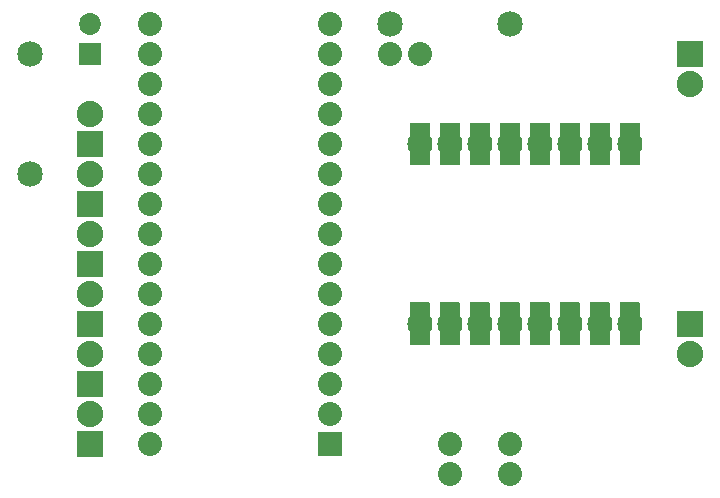
<source format=gts>
G04 MADE WITH FRITZING*
G04 WWW.FRITZING.ORG*
G04 DOUBLE SIDED*
G04 HOLES PLATED*
G04 CONTOUR ON CENTER OF CONTOUR VECTOR*
%ASAXBY*%
%FSLAX23Y23*%
%MOIN*%
%OFA0B0*%
%SFA1.0B1.0*%
%ADD10C,0.080000*%
%ADD11C,0.084000*%
%ADD12C,0.085000*%
%ADD13C,0.072992*%
%ADD14C,0.088000*%
%ADD15R,0.079972X0.080000*%
%ADD16R,0.072992X0.072992*%
%ADD17R,0.088000X0.088000*%
%ADD18R,0.001000X0.001000*%
%LNMASK1*%
G90*
G70*
G54D10*
X1138Y296D03*
X1138Y396D03*
X1138Y496D03*
X1138Y596D03*
X1138Y696D03*
X1138Y796D03*
X1138Y896D03*
X1138Y996D03*
X1138Y1096D03*
X1138Y1196D03*
X1138Y1296D03*
X1138Y1396D03*
X1138Y1496D03*
X1138Y1596D03*
X1138Y1696D03*
X538Y296D03*
X538Y396D03*
X538Y496D03*
X538Y596D03*
X538Y696D03*
X538Y796D03*
X538Y896D03*
X538Y996D03*
X538Y1096D03*
X538Y1196D03*
X538Y1296D03*
X538Y1396D03*
X538Y1496D03*
X538Y1596D03*
X538Y1696D03*
G54D11*
X2138Y696D03*
X2038Y696D03*
X1938Y696D03*
X1838Y696D03*
X1738Y696D03*
X1638Y696D03*
X1538Y696D03*
X1438Y696D03*
X1438Y1296D03*
X1538Y1296D03*
X1638Y1296D03*
X1738Y1296D03*
X1838Y1296D03*
X1938Y1296D03*
X2038Y1296D03*
X2138Y1296D03*
G54D12*
X138Y1596D03*
X138Y1196D03*
G54D13*
X338Y1596D03*
X338Y1695D03*
G54D14*
X2338Y696D03*
X2338Y596D03*
X2338Y1596D03*
X2338Y1496D03*
G54D10*
X1438Y1596D03*
X1338Y1596D03*
X1538Y296D03*
X1538Y196D03*
G54D14*
X338Y1296D03*
X338Y1396D03*
X338Y896D03*
X338Y996D03*
X338Y696D03*
X338Y796D03*
G54D12*
X1338Y1696D03*
X1738Y1696D03*
G54D14*
X338Y496D03*
X338Y596D03*
X338Y296D03*
X338Y396D03*
G54D10*
X1738Y196D03*
X1738Y296D03*
G54D14*
X338Y1096D03*
X338Y1196D03*
G54D15*
X1138Y296D03*
G54D16*
X338Y1596D03*
G54D17*
X2338Y696D03*
X2338Y1596D03*
X338Y1296D03*
X338Y896D03*
X338Y696D03*
X338Y496D03*
X338Y296D03*
X338Y1096D03*
G54D18*
X1404Y1367D02*
X1470Y1367D01*
X1504Y1367D02*
X1570Y1367D01*
X1604Y1367D02*
X1670Y1367D01*
X1704Y1367D02*
X1770Y1367D01*
X1804Y1367D02*
X1870Y1367D01*
X1904Y1367D02*
X1970Y1367D01*
X2004Y1367D02*
X2070Y1367D01*
X2104Y1367D02*
X2170Y1367D01*
X1404Y1366D02*
X1470Y1366D01*
X1504Y1366D02*
X1570Y1366D01*
X1604Y1366D02*
X1670Y1366D01*
X1704Y1366D02*
X1770Y1366D01*
X1804Y1366D02*
X1870Y1366D01*
X1904Y1366D02*
X1970Y1366D01*
X2004Y1366D02*
X2070Y1366D01*
X2104Y1366D02*
X2170Y1366D01*
X1404Y1365D02*
X1470Y1365D01*
X1504Y1365D02*
X1570Y1365D01*
X1604Y1365D02*
X1670Y1365D01*
X1704Y1365D02*
X1770Y1365D01*
X1804Y1365D02*
X1870Y1365D01*
X1904Y1365D02*
X1970Y1365D01*
X2004Y1365D02*
X2070Y1365D01*
X2104Y1365D02*
X2170Y1365D01*
X1404Y1364D02*
X1470Y1364D01*
X1504Y1364D02*
X1570Y1364D01*
X1604Y1364D02*
X1670Y1364D01*
X1704Y1364D02*
X1770Y1364D01*
X1804Y1364D02*
X1870Y1364D01*
X1904Y1364D02*
X1970Y1364D01*
X2004Y1364D02*
X2070Y1364D01*
X2104Y1364D02*
X2170Y1364D01*
X1404Y1363D02*
X1470Y1363D01*
X1504Y1363D02*
X1570Y1363D01*
X1604Y1363D02*
X1670Y1363D01*
X1704Y1363D02*
X1770Y1363D01*
X1804Y1363D02*
X1870Y1363D01*
X1904Y1363D02*
X1970Y1363D01*
X2004Y1363D02*
X2070Y1363D01*
X2104Y1363D02*
X2170Y1363D01*
X1404Y1362D02*
X1470Y1362D01*
X1504Y1362D02*
X1570Y1362D01*
X1604Y1362D02*
X1670Y1362D01*
X1704Y1362D02*
X1770Y1362D01*
X1804Y1362D02*
X1870Y1362D01*
X1904Y1362D02*
X1970Y1362D01*
X2004Y1362D02*
X2070Y1362D01*
X2104Y1362D02*
X2170Y1362D01*
X1404Y1361D02*
X1470Y1361D01*
X1504Y1361D02*
X1570Y1361D01*
X1604Y1361D02*
X1670Y1361D01*
X1704Y1361D02*
X1770Y1361D01*
X1804Y1361D02*
X1870Y1361D01*
X1904Y1361D02*
X1970Y1361D01*
X2004Y1361D02*
X2070Y1361D01*
X2104Y1361D02*
X2170Y1361D01*
X1404Y1360D02*
X1470Y1360D01*
X1504Y1360D02*
X1570Y1360D01*
X1604Y1360D02*
X1670Y1360D01*
X1704Y1360D02*
X1770Y1360D01*
X1804Y1360D02*
X1870Y1360D01*
X1904Y1360D02*
X1970Y1360D01*
X2004Y1360D02*
X2070Y1360D01*
X2104Y1360D02*
X2170Y1360D01*
X1404Y1359D02*
X1470Y1359D01*
X1504Y1359D02*
X1570Y1359D01*
X1604Y1359D02*
X1670Y1359D01*
X1704Y1359D02*
X1770Y1359D01*
X1804Y1359D02*
X1870Y1359D01*
X1904Y1359D02*
X1970Y1359D01*
X2004Y1359D02*
X2070Y1359D01*
X2104Y1359D02*
X2170Y1359D01*
X1404Y1358D02*
X1470Y1358D01*
X1504Y1358D02*
X1570Y1358D01*
X1604Y1358D02*
X1670Y1358D01*
X1704Y1358D02*
X1770Y1358D01*
X1804Y1358D02*
X1870Y1358D01*
X1904Y1358D02*
X1970Y1358D01*
X2004Y1358D02*
X2070Y1358D01*
X2104Y1358D02*
X2170Y1358D01*
X1404Y1357D02*
X1470Y1357D01*
X1504Y1357D02*
X1570Y1357D01*
X1604Y1357D02*
X1670Y1357D01*
X1704Y1357D02*
X1770Y1357D01*
X1804Y1357D02*
X1870Y1357D01*
X1904Y1357D02*
X1970Y1357D01*
X2004Y1357D02*
X2070Y1357D01*
X2104Y1357D02*
X2170Y1357D01*
X1404Y1356D02*
X1470Y1356D01*
X1504Y1356D02*
X1570Y1356D01*
X1604Y1356D02*
X1670Y1356D01*
X1704Y1356D02*
X1770Y1356D01*
X1804Y1356D02*
X1870Y1356D01*
X1904Y1356D02*
X1970Y1356D01*
X2004Y1356D02*
X2070Y1356D01*
X2104Y1356D02*
X2170Y1356D01*
X1404Y1355D02*
X1470Y1355D01*
X1504Y1355D02*
X1570Y1355D01*
X1604Y1355D02*
X1670Y1355D01*
X1704Y1355D02*
X1770Y1355D01*
X1804Y1355D02*
X1870Y1355D01*
X1904Y1355D02*
X1970Y1355D01*
X2004Y1355D02*
X2070Y1355D01*
X2104Y1355D02*
X2170Y1355D01*
X1404Y1354D02*
X1470Y1354D01*
X1504Y1354D02*
X1570Y1354D01*
X1604Y1354D02*
X1670Y1354D01*
X1704Y1354D02*
X1770Y1354D01*
X1804Y1354D02*
X1870Y1354D01*
X1904Y1354D02*
X1970Y1354D01*
X2004Y1354D02*
X2070Y1354D01*
X2104Y1354D02*
X2170Y1354D01*
X1404Y1353D02*
X1470Y1353D01*
X1504Y1353D02*
X1570Y1353D01*
X1604Y1353D02*
X1670Y1353D01*
X1704Y1353D02*
X1770Y1353D01*
X1804Y1353D02*
X1870Y1353D01*
X1904Y1353D02*
X1970Y1353D01*
X2004Y1353D02*
X2070Y1353D01*
X2104Y1353D02*
X2170Y1353D01*
X1404Y1352D02*
X1470Y1352D01*
X1504Y1352D02*
X1570Y1352D01*
X1604Y1352D02*
X1670Y1352D01*
X1704Y1352D02*
X1770Y1352D01*
X1804Y1352D02*
X1870Y1352D01*
X1904Y1352D02*
X1970Y1352D01*
X2004Y1352D02*
X2070Y1352D01*
X2104Y1352D02*
X2170Y1352D01*
X1404Y1351D02*
X1470Y1351D01*
X1504Y1351D02*
X1570Y1351D01*
X1604Y1351D02*
X1670Y1351D01*
X1704Y1351D02*
X1770Y1351D01*
X1804Y1351D02*
X1870Y1351D01*
X1904Y1351D02*
X1970Y1351D01*
X2004Y1351D02*
X2070Y1351D01*
X2104Y1351D02*
X2170Y1351D01*
X1404Y1350D02*
X1470Y1350D01*
X1504Y1350D02*
X1570Y1350D01*
X1604Y1350D02*
X1670Y1350D01*
X1704Y1350D02*
X1770Y1350D01*
X1804Y1350D02*
X1870Y1350D01*
X1904Y1350D02*
X1970Y1350D01*
X2004Y1350D02*
X2070Y1350D01*
X2104Y1350D02*
X2170Y1350D01*
X1404Y1349D02*
X1470Y1349D01*
X1504Y1349D02*
X1570Y1349D01*
X1604Y1349D02*
X1670Y1349D01*
X1704Y1349D02*
X1770Y1349D01*
X1804Y1349D02*
X1870Y1349D01*
X1904Y1349D02*
X1970Y1349D01*
X2004Y1349D02*
X2070Y1349D01*
X2104Y1349D02*
X2170Y1349D01*
X1404Y1348D02*
X1470Y1348D01*
X1504Y1348D02*
X1570Y1348D01*
X1604Y1348D02*
X1670Y1348D01*
X1704Y1348D02*
X1770Y1348D01*
X1804Y1348D02*
X1870Y1348D01*
X1904Y1348D02*
X1970Y1348D01*
X2004Y1348D02*
X2070Y1348D01*
X2104Y1348D02*
X2170Y1348D01*
X1404Y1347D02*
X1470Y1347D01*
X1504Y1347D02*
X1570Y1347D01*
X1604Y1347D02*
X1670Y1347D01*
X1704Y1347D02*
X1770Y1347D01*
X1804Y1347D02*
X1870Y1347D01*
X1904Y1347D02*
X1970Y1347D01*
X2004Y1347D02*
X2070Y1347D01*
X2104Y1347D02*
X2170Y1347D01*
X1404Y1346D02*
X1470Y1346D01*
X1504Y1346D02*
X1570Y1346D01*
X1604Y1346D02*
X1670Y1346D01*
X1704Y1346D02*
X1770Y1346D01*
X1804Y1346D02*
X1870Y1346D01*
X1904Y1346D02*
X1970Y1346D01*
X2004Y1346D02*
X2070Y1346D01*
X2104Y1346D02*
X2170Y1346D01*
X1404Y1345D02*
X1470Y1345D01*
X1504Y1345D02*
X1570Y1345D01*
X1604Y1345D02*
X1670Y1345D01*
X1704Y1345D02*
X1770Y1345D01*
X1804Y1345D02*
X1870Y1345D01*
X1904Y1345D02*
X1970Y1345D01*
X2004Y1345D02*
X2070Y1345D01*
X2104Y1345D02*
X2170Y1345D01*
X1404Y1344D02*
X1470Y1344D01*
X1504Y1344D02*
X1570Y1344D01*
X1604Y1344D02*
X1670Y1344D01*
X1704Y1344D02*
X1770Y1344D01*
X1804Y1344D02*
X1870Y1344D01*
X1904Y1344D02*
X1970Y1344D01*
X2004Y1344D02*
X2070Y1344D01*
X2104Y1344D02*
X2170Y1344D01*
X1404Y1343D02*
X1470Y1343D01*
X1504Y1343D02*
X1570Y1343D01*
X1604Y1343D02*
X1670Y1343D01*
X1704Y1343D02*
X1770Y1343D01*
X1804Y1343D02*
X1870Y1343D01*
X1904Y1343D02*
X1970Y1343D01*
X2004Y1343D02*
X2070Y1343D01*
X2104Y1343D02*
X2170Y1343D01*
X1404Y1342D02*
X1470Y1342D01*
X1504Y1342D02*
X1570Y1342D01*
X1604Y1342D02*
X1670Y1342D01*
X1704Y1342D02*
X1770Y1342D01*
X1804Y1342D02*
X1870Y1342D01*
X1904Y1342D02*
X1970Y1342D01*
X2004Y1342D02*
X2070Y1342D01*
X2104Y1342D02*
X2170Y1342D01*
X1404Y1341D02*
X1470Y1341D01*
X1504Y1341D02*
X1570Y1341D01*
X1604Y1341D02*
X1670Y1341D01*
X1704Y1341D02*
X1770Y1341D01*
X1804Y1341D02*
X1870Y1341D01*
X1904Y1341D02*
X1970Y1341D01*
X2004Y1341D02*
X2070Y1341D01*
X2104Y1341D02*
X2170Y1341D01*
X1404Y1340D02*
X1470Y1340D01*
X1504Y1340D02*
X1570Y1340D01*
X1604Y1340D02*
X1670Y1340D01*
X1704Y1340D02*
X1770Y1340D01*
X1804Y1340D02*
X1870Y1340D01*
X1904Y1340D02*
X1970Y1340D01*
X2004Y1340D02*
X2070Y1340D01*
X2104Y1340D02*
X2170Y1340D01*
X1404Y1339D02*
X1470Y1339D01*
X1504Y1339D02*
X1570Y1339D01*
X1604Y1339D02*
X1670Y1339D01*
X1704Y1339D02*
X1770Y1339D01*
X1804Y1339D02*
X1870Y1339D01*
X1904Y1339D02*
X1970Y1339D01*
X2004Y1339D02*
X2070Y1339D01*
X2104Y1339D02*
X2170Y1339D01*
X1404Y1338D02*
X1470Y1338D01*
X1504Y1338D02*
X1570Y1338D01*
X1604Y1338D02*
X1670Y1338D01*
X1704Y1338D02*
X1770Y1338D01*
X1804Y1338D02*
X1870Y1338D01*
X1904Y1338D02*
X1970Y1338D01*
X2004Y1338D02*
X2070Y1338D01*
X2104Y1338D02*
X2170Y1338D01*
X1404Y1337D02*
X1470Y1337D01*
X1504Y1337D02*
X1570Y1337D01*
X1604Y1337D02*
X1670Y1337D01*
X1704Y1337D02*
X1770Y1337D01*
X1804Y1337D02*
X1870Y1337D01*
X1904Y1337D02*
X1970Y1337D01*
X2004Y1337D02*
X2070Y1337D01*
X2104Y1337D02*
X2170Y1337D01*
X1404Y1336D02*
X1470Y1336D01*
X1504Y1336D02*
X1570Y1336D01*
X1604Y1336D02*
X1670Y1336D01*
X1704Y1336D02*
X1770Y1336D01*
X1804Y1336D02*
X1870Y1336D01*
X1904Y1336D02*
X1970Y1336D01*
X2004Y1336D02*
X2070Y1336D01*
X2104Y1336D02*
X2170Y1336D01*
X1404Y1335D02*
X1470Y1335D01*
X1504Y1335D02*
X1570Y1335D01*
X1604Y1335D02*
X1670Y1335D01*
X1704Y1335D02*
X1770Y1335D01*
X1804Y1335D02*
X1870Y1335D01*
X1904Y1335D02*
X1970Y1335D01*
X2004Y1335D02*
X2070Y1335D01*
X2104Y1335D02*
X2170Y1335D01*
X1404Y1334D02*
X1470Y1334D01*
X1504Y1334D02*
X1570Y1334D01*
X1604Y1334D02*
X1670Y1334D01*
X1704Y1334D02*
X1770Y1334D01*
X1804Y1334D02*
X1870Y1334D01*
X1904Y1334D02*
X1970Y1334D01*
X2004Y1334D02*
X2070Y1334D01*
X2104Y1334D02*
X2170Y1334D01*
X1404Y1333D02*
X1470Y1333D01*
X1504Y1333D02*
X1570Y1333D01*
X1604Y1333D02*
X1670Y1333D01*
X1704Y1333D02*
X1770Y1333D01*
X1804Y1333D02*
X1870Y1333D01*
X1904Y1333D02*
X1970Y1333D01*
X2004Y1333D02*
X2070Y1333D01*
X2104Y1333D02*
X2170Y1333D01*
X1404Y1332D02*
X1470Y1332D01*
X1504Y1332D02*
X1570Y1332D01*
X1604Y1332D02*
X1670Y1332D01*
X1704Y1332D02*
X1770Y1332D01*
X1804Y1332D02*
X1870Y1332D01*
X1904Y1332D02*
X1970Y1332D01*
X2004Y1332D02*
X2070Y1332D01*
X2104Y1332D02*
X2170Y1332D01*
X1404Y1331D02*
X1470Y1331D01*
X1504Y1331D02*
X1570Y1331D01*
X1604Y1331D02*
X1670Y1331D01*
X1704Y1331D02*
X1770Y1331D01*
X1804Y1331D02*
X1870Y1331D01*
X1904Y1331D02*
X1970Y1331D01*
X2004Y1331D02*
X2070Y1331D01*
X2104Y1331D02*
X2170Y1331D01*
X1404Y1330D02*
X1470Y1330D01*
X1504Y1330D02*
X1570Y1330D01*
X1604Y1330D02*
X1670Y1330D01*
X1704Y1330D02*
X1770Y1330D01*
X1804Y1330D02*
X1870Y1330D01*
X1904Y1330D02*
X1970Y1330D01*
X2004Y1330D02*
X2070Y1330D01*
X2104Y1330D02*
X2170Y1330D01*
X1404Y1329D02*
X1470Y1329D01*
X1504Y1329D02*
X1570Y1329D01*
X1604Y1329D02*
X1670Y1329D01*
X1704Y1329D02*
X1770Y1329D01*
X1804Y1329D02*
X1870Y1329D01*
X1904Y1329D02*
X1970Y1329D01*
X2004Y1329D02*
X2070Y1329D01*
X2104Y1329D02*
X2170Y1329D01*
X1404Y1328D02*
X1470Y1328D01*
X1504Y1328D02*
X1570Y1328D01*
X1604Y1328D02*
X1670Y1328D01*
X1704Y1328D02*
X1770Y1328D01*
X1804Y1328D02*
X1870Y1328D01*
X1904Y1328D02*
X1970Y1328D01*
X2004Y1328D02*
X2070Y1328D01*
X2104Y1328D02*
X2170Y1328D01*
X1404Y1327D02*
X1470Y1327D01*
X1504Y1327D02*
X1570Y1327D01*
X1604Y1327D02*
X1670Y1327D01*
X1704Y1327D02*
X1770Y1327D01*
X1804Y1327D02*
X1870Y1327D01*
X1904Y1327D02*
X1970Y1327D01*
X2004Y1327D02*
X2070Y1327D01*
X2104Y1327D02*
X2170Y1327D01*
X1404Y1326D02*
X1470Y1326D01*
X1504Y1326D02*
X1570Y1326D01*
X1604Y1326D02*
X1670Y1326D01*
X1704Y1326D02*
X1770Y1326D01*
X1804Y1326D02*
X1870Y1326D01*
X1904Y1326D02*
X1970Y1326D01*
X2004Y1326D02*
X2070Y1326D01*
X2104Y1326D02*
X2170Y1326D01*
X1404Y1325D02*
X1470Y1325D01*
X1504Y1325D02*
X1570Y1325D01*
X1604Y1325D02*
X1670Y1325D01*
X1704Y1325D02*
X1770Y1325D01*
X1804Y1325D02*
X1870Y1325D01*
X1904Y1325D02*
X1970Y1325D01*
X2004Y1325D02*
X2070Y1325D01*
X2104Y1325D02*
X2170Y1325D01*
X1404Y1324D02*
X1470Y1324D01*
X1504Y1324D02*
X1570Y1324D01*
X1604Y1324D02*
X1670Y1324D01*
X1704Y1324D02*
X1770Y1324D01*
X1804Y1324D02*
X1870Y1324D01*
X1904Y1324D02*
X1970Y1324D01*
X2004Y1324D02*
X2070Y1324D01*
X2104Y1324D02*
X2170Y1324D01*
X1404Y1323D02*
X1470Y1323D01*
X1504Y1323D02*
X1570Y1323D01*
X1604Y1323D02*
X1670Y1323D01*
X1704Y1323D02*
X1770Y1323D01*
X1804Y1323D02*
X1870Y1323D01*
X1904Y1323D02*
X1970Y1323D01*
X2004Y1323D02*
X2070Y1323D01*
X2104Y1323D02*
X2170Y1323D01*
X1404Y1322D02*
X1470Y1322D01*
X1504Y1322D02*
X1570Y1322D01*
X1604Y1322D02*
X1670Y1322D01*
X1704Y1322D02*
X1770Y1322D01*
X1804Y1322D02*
X1870Y1322D01*
X1904Y1322D02*
X1970Y1322D01*
X2004Y1322D02*
X2070Y1322D01*
X2104Y1322D02*
X2170Y1322D01*
X1404Y1321D02*
X1470Y1321D01*
X1504Y1321D02*
X1570Y1321D01*
X1604Y1321D02*
X1670Y1321D01*
X1704Y1321D02*
X1770Y1321D01*
X1804Y1321D02*
X1870Y1321D01*
X1904Y1321D02*
X1970Y1321D01*
X2004Y1321D02*
X2070Y1321D01*
X2104Y1321D02*
X2170Y1321D01*
X1404Y1320D02*
X1430Y1320D01*
X1443Y1320D02*
X1470Y1320D01*
X1504Y1320D02*
X1530Y1320D01*
X1543Y1320D02*
X1570Y1320D01*
X1604Y1320D02*
X1630Y1320D01*
X1643Y1320D02*
X1670Y1320D01*
X1704Y1320D02*
X1730Y1320D01*
X1743Y1320D02*
X1770Y1320D01*
X1804Y1320D02*
X1830Y1320D01*
X1843Y1320D02*
X1870Y1320D01*
X1904Y1320D02*
X1930Y1320D01*
X1943Y1320D02*
X1970Y1320D01*
X2004Y1320D02*
X2030Y1320D01*
X2043Y1320D02*
X2070Y1320D01*
X2104Y1320D02*
X2130Y1320D01*
X2143Y1320D02*
X2170Y1320D01*
X1404Y1319D02*
X1427Y1319D01*
X1446Y1319D02*
X1470Y1319D01*
X1504Y1319D02*
X1527Y1319D01*
X1546Y1319D02*
X1570Y1319D01*
X1604Y1319D02*
X1627Y1319D01*
X1646Y1319D02*
X1670Y1319D01*
X1704Y1319D02*
X1727Y1319D01*
X1746Y1319D02*
X1770Y1319D01*
X1804Y1319D02*
X1827Y1319D01*
X1846Y1319D02*
X1870Y1319D01*
X1904Y1319D02*
X1927Y1319D01*
X1946Y1319D02*
X1970Y1319D01*
X2004Y1319D02*
X2027Y1319D01*
X2046Y1319D02*
X2070Y1319D01*
X2104Y1319D02*
X2127Y1319D01*
X2146Y1319D02*
X2170Y1319D01*
X1404Y1318D02*
X1425Y1318D01*
X1448Y1318D02*
X1470Y1318D01*
X1504Y1318D02*
X1525Y1318D01*
X1548Y1318D02*
X1570Y1318D01*
X1604Y1318D02*
X1625Y1318D01*
X1648Y1318D02*
X1670Y1318D01*
X1704Y1318D02*
X1725Y1318D01*
X1748Y1318D02*
X1770Y1318D01*
X1804Y1318D02*
X1825Y1318D01*
X1848Y1318D02*
X1870Y1318D01*
X1904Y1318D02*
X1925Y1318D01*
X1948Y1318D02*
X1970Y1318D01*
X2004Y1318D02*
X2025Y1318D01*
X2048Y1318D02*
X2070Y1318D01*
X2104Y1318D02*
X2125Y1318D01*
X2148Y1318D02*
X2170Y1318D01*
X1404Y1317D02*
X1424Y1317D01*
X1450Y1317D02*
X1470Y1317D01*
X1504Y1317D02*
X1524Y1317D01*
X1550Y1317D02*
X1570Y1317D01*
X1604Y1317D02*
X1624Y1317D01*
X1650Y1317D02*
X1670Y1317D01*
X1704Y1317D02*
X1723Y1317D01*
X1750Y1317D02*
X1770Y1317D01*
X1804Y1317D02*
X1823Y1317D01*
X1850Y1317D02*
X1870Y1317D01*
X1904Y1317D02*
X1923Y1317D01*
X1950Y1317D02*
X1970Y1317D01*
X2004Y1317D02*
X2023Y1317D01*
X2050Y1317D02*
X2070Y1317D01*
X2104Y1317D02*
X2123Y1317D01*
X2150Y1317D02*
X2170Y1317D01*
X1404Y1316D02*
X1422Y1316D01*
X1451Y1316D02*
X1470Y1316D01*
X1504Y1316D02*
X1522Y1316D01*
X1551Y1316D02*
X1570Y1316D01*
X1604Y1316D02*
X1622Y1316D01*
X1651Y1316D02*
X1670Y1316D01*
X1704Y1316D02*
X1722Y1316D01*
X1751Y1316D02*
X1770Y1316D01*
X1804Y1316D02*
X1822Y1316D01*
X1851Y1316D02*
X1870Y1316D01*
X1904Y1316D02*
X1922Y1316D01*
X1951Y1316D02*
X1970Y1316D01*
X2004Y1316D02*
X2022Y1316D01*
X2051Y1316D02*
X2070Y1316D01*
X2104Y1316D02*
X2122Y1316D01*
X2151Y1316D02*
X2170Y1316D01*
X1404Y1315D02*
X1421Y1315D01*
X1453Y1315D02*
X1470Y1315D01*
X1504Y1315D02*
X1521Y1315D01*
X1552Y1315D02*
X1570Y1315D01*
X1604Y1315D02*
X1621Y1315D01*
X1652Y1315D02*
X1670Y1315D01*
X1704Y1315D02*
X1721Y1315D01*
X1752Y1315D02*
X1770Y1315D01*
X1804Y1315D02*
X1821Y1315D01*
X1852Y1315D02*
X1870Y1315D01*
X1904Y1315D02*
X1921Y1315D01*
X1952Y1315D02*
X1970Y1315D01*
X2004Y1315D02*
X2021Y1315D01*
X2052Y1315D02*
X2070Y1315D01*
X2104Y1315D02*
X2121Y1315D01*
X2152Y1315D02*
X2170Y1315D01*
X1404Y1314D02*
X1420Y1314D01*
X1454Y1314D02*
X1470Y1314D01*
X1504Y1314D02*
X1520Y1314D01*
X1554Y1314D02*
X1570Y1314D01*
X1604Y1314D02*
X1620Y1314D01*
X1654Y1314D02*
X1670Y1314D01*
X1704Y1314D02*
X1720Y1314D01*
X1754Y1314D02*
X1770Y1314D01*
X1804Y1314D02*
X1820Y1314D01*
X1854Y1314D02*
X1870Y1314D01*
X1904Y1314D02*
X1920Y1314D01*
X1954Y1314D02*
X1970Y1314D01*
X2004Y1314D02*
X2020Y1314D01*
X2053Y1314D02*
X2070Y1314D01*
X2104Y1314D02*
X2120Y1314D01*
X2153Y1314D02*
X2170Y1314D01*
X1404Y1313D02*
X1419Y1313D01*
X1455Y1313D02*
X1470Y1313D01*
X1504Y1313D02*
X1519Y1313D01*
X1555Y1313D02*
X1570Y1313D01*
X1604Y1313D02*
X1619Y1313D01*
X1655Y1313D02*
X1670Y1313D01*
X1704Y1313D02*
X1719Y1313D01*
X1755Y1313D02*
X1770Y1313D01*
X1804Y1313D02*
X1819Y1313D01*
X1854Y1313D02*
X1870Y1313D01*
X1904Y1313D02*
X1919Y1313D01*
X1954Y1313D02*
X1970Y1313D01*
X2004Y1313D02*
X2019Y1313D01*
X2054Y1313D02*
X2070Y1313D01*
X2104Y1313D02*
X2119Y1313D01*
X2154Y1313D02*
X2170Y1313D01*
X1404Y1312D02*
X1418Y1312D01*
X1455Y1312D02*
X1470Y1312D01*
X1504Y1312D02*
X1518Y1312D01*
X1555Y1312D02*
X1570Y1312D01*
X1604Y1312D02*
X1618Y1312D01*
X1655Y1312D02*
X1670Y1312D01*
X1704Y1312D02*
X1718Y1312D01*
X1755Y1312D02*
X1770Y1312D01*
X1804Y1312D02*
X1818Y1312D01*
X1855Y1312D02*
X1870Y1312D01*
X1904Y1312D02*
X1918Y1312D01*
X1955Y1312D02*
X1970Y1312D01*
X2004Y1312D02*
X2018Y1312D01*
X2055Y1312D02*
X2070Y1312D01*
X2104Y1312D02*
X2118Y1312D01*
X2155Y1312D02*
X2170Y1312D01*
X1404Y1311D02*
X1417Y1311D01*
X1456Y1311D02*
X1470Y1311D01*
X1504Y1311D02*
X1517Y1311D01*
X1556Y1311D02*
X1570Y1311D01*
X1604Y1311D02*
X1617Y1311D01*
X1656Y1311D02*
X1670Y1311D01*
X1704Y1311D02*
X1717Y1311D01*
X1756Y1311D02*
X1770Y1311D01*
X1804Y1311D02*
X1817Y1311D01*
X1856Y1311D02*
X1870Y1311D01*
X1904Y1311D02*
X1917Y1311D01*
X1956Y1311D02*
X1970Y1311D01*
X2004Y1311D02*
X2017Y1311D01*
X2056Y1311D02*
X2070Y1311D01*
X2104Y1311D02*
X2117Y1311D01*
X2156Y1311D02*
X2170Y1311D01*
X1404Y1310D02*
X1417Y1310D01*
X1457Y1310D02*
X1470Y1310D01*
X1504Y1310D02*
X1517Y1310D01*
X1557Y1310D02*
X1570Y1310D01*
X1604Y1310D02*
X1617Y1310D01*
X1657Y1310D02*
X1670Y1310D01*
X1704Y1310D02*
X1716Y1310D01*
X1757Y1310D02*
X1770Y1310D01*
X1804Y1310D02*
X1816Y1310D01*
X1857Y1310D02*
X1870Y1310D01*
X1904Y1310D02*
X1916Y1310D01*
X1957Y1310D02*
X1970Y1310D01*
X2004Y1310D02*
X2016Y1310D01*
X2057Y1310D02*
X2070Y1310D01*
X2104Y1310D02*
X2116Y1310D01*
X2157Y1310D02*
X2170Y1310D01*
X1404Y1309D02*
X1416Y1309D01*
X1458Y1309D02*
X1470Y1309D01*
X1504Y1309D02*
X1516Y1309D01*
X1558Y1309D02*
X1570Y1309D01*
X1604Y1309D02*
X1616Y1309D01*
X1658Y1309D02*
X1670Y1309D01*
X1704Y1309D02*
X1716Y1309D01*
X1758Y1309D02*
X1770Y1309D01*
X1804Y1309D02*
X1816Y1309D01*
X1857Y1309D02*
X1870Y1309D01*
X1904Y1309D02*
X1916Y1309D01*
X1957Y1309D02*
X1970Y1309D01*
X2004Y1309D02*
X2016Y1309D01*
X2057Y1309D02*
X2070Y1309D01*
X2104Y1309D02*
X2116Y1309D01*
X2157Y1309D02*
X2170Y1309D01*
X1404Y1308D02*
X1415Y1308D01*
X1458Y1308D02*
X1470Y1308D01*
X1504Y1308D02*
X1515Y1308D01*
X1558Y1308D02*
X1570Y1308D01*
X1604Y1308D02*
X1615Y1308D01*
X1658Y1308D02*
X1670Y1308D01*
X1704Y1308D02*
X1715Y1308D01*
X1758Y1308D02*
X1770Y1308D01*
X1804Y1308D02*
X1815Y1308D01*
X1858Y1308D02*
X1870Y1308D01*
X1904Y1308D02*
X1915Y1308D01*
X1958Y1308D02*
X1970Y1308D01*
X2004Y1308D02*
X2015Y1308D01*
X2058Y1308D02*
X2070Y1308D01*
X2104Y1308D02*
X2115Y1308D01*
X2158Y1308D02*
X2170Y1308D01*
X1404Y1307D02*
X1415Y1307D01*
X1459Y1307D02*
X1470Y1307D01*
X1504Y1307D02*
X1515Y1307D01*
X1559Y1307D02*
X1570Y1307D01*
X1604Y1307D02*
X1615Y1307D01*
X1659Y1307D02*
X1670Y1307D01*
X1704Y1307D02*
X1715Y1307D01*
X1759Y1307D02*
X1770Y1307D01*
X1804Y1307D02*
X1815Y1307D01*
X1859Y1307D02*
X1870Y1307D01*
X1904Y1307D02*
X1915Y1307D01*
X1959Y1307D02*
X1970Y1307D01*
X2004Y1307D02*
X2015Y1307D01*
X2059Y1307D02*
X2070Y1307D01*
X2104Y1307D02*
X2115Y1307D01*
X2158Y1307D02*
X2170Y1307D01*
X1404Y1306D02*
X1414Y1306D01*
X1459Y1306D02*
X1470Y1306D01*
X1504Y1306D02*
X1514Y1306D01*
X1559Y1306D02*
X1570Y1306D01*
X1604Y1306D02*
X1614Y1306D01*
X1659Y1306D02*
X1670Y1306D01*
X1704Y1306D02*
X1714Y1306D01*
X1759Y1306D02*
X1770Y1306D01*
X1804Y1306D02*
X1814Y1306D01*
X1859Y1306D02*
X1870Y1306D01*
X1904Y1306D02*
X1914Y1306D01*
X1959Y1306D02*
X1970Y1306D01*
X2004Y1306D02*
X2014Y1306D01*
X2059Y1306D02*
X2070Y1306D01*
X2104Y1306D02*
X2114Y1306D01*
X2159Y1306D02*
X2170Y1306D01*
X1404Y1305D02*
X1414Y1305D01*
X1460Y1305D02*
X1470Y1305D01*
X1504Y1305D02*
X1514Y1305D01*
X1560Y1305D02*
X1570Y1305D01*
X1604Y1305D02*
X1614Y1305D01*
X1659Y1305D02*
X1670Y1305D01*
X1704Y1305D02*
X1714Y1305D01*
X1759Y1305D02*
X1770Y1305D01*
X1804Y1305D02*
X1814Y1305D01*
X1859Y1305D02*
X1870Y1305D01*
X1904Y1305D02*
X1914Y1305D01*
X1959Y1305D02*
X1970Y1305D01*
X2004Y1305D02*
X2014Y1305D01*
X2059Y1305D02*
X2070Y1305D01*
X2104Y1305D02*
X2114Y1305D01*
X2159Y1305D02*
X2170Y1305D01*
X1404Y1304D02*
X1414Y1304D01*
X1460Y1304D02*
X1470Y1304D01*
X1504Y1304D02*
X1514Y1304D01*
X1560Y1304D02*
X1570Y1304D01*
X1604Y1304D02*
X1614Y1304D01*
X1660Y1304D02*
X1670Y1304D01*
X1704Y1304D02*
X1714Y1304D01*
X1760Y1304D02*
X1770Y1304D01*
X1804Y1304D02*
X1814Y1304D01*
X1860Y1304D02*
X1870Y1304D01*
X1904Y1304D02*
X1914Y1304D01*
X1960Y1304D02*
X1970Y1304D01*
X2004Y1304D02*
X2014Y1304D01*
X2060Y1304D02*
X2070Y1304D01*
X2104Y1304D02*
X2114Y1304D01*
X2160Y1304D02*
X2170Y1304D01*
X1404Y1303D02*
X1414Y1303D01*
X1460Y1303D02*
X1470Y1303D01*
X1504Y1303D02*
X1513Y1303D01*
X1560Y1303D02*
X1570Y1303D01*
X1604Y1303D02*
X1613Y1303D01*
X1660Y1303D02*
X1670Y1303D01*
X1704Y1303D02*
X1713Y1303D01*
X1760Y1303D02*
X1770Y1303D01*
X1804Y1303D02*
X1813Y1303D01*
X1860Y1303D02*
X1870Y1303D01*
X1904Y1303D02*
X1913Y1303D01*
X1960Y1303D02*
X1970Y1303D01*
X2004Y1303D02*
X2013Y1303D01*
X2060Y1303D02*
X2070Y1303D01*
X2104Y1303D02*
X2113Y1303D01*
X2160Y1303D02*
X2170Y1303D01*
X1404Y1302D02*
X1413Y1302D01*
X1460Y1302D02*
X1470Y1302D01*
X1504Y1302D02*
X1513Y1302D01*
X1560Y1302D02*
X1570Y1302D01*
X1604Y1302D02*
X1613Y1302D01*
X1660Y1302D02*
X1670Y1302D01*
X1704Y1302D02*
X1713Y1302D01*
X1760Y1302D02*
X1770Y1302D01*
X1804Y1302D02*
X1813Y1302D01*
X1860Y1302D02*
X1870Y1302D01*
X1904Y1302D02*
X1913Y1302D01*
X1960Y1302D02*
X1970Y1302D01*
X2004Y1302D02*
X2013Y1302D01*
X2060Y1302D02*
X2070Y1302D01*
X2104Y1302D02*
X2113Y1302D01*
X2160Y1302D02*
X2170Y1302D01*
X1404Y1301D02*
X1413Y1301D01*
X1460Y1301D02*
X1470Y1301D01*
X1504Y1301D02*
X1513Y1301D01*
X1560Y1301D02*
X1570Y1301D01*
X1604Y1301D02*
X1613Y1301D01*
X1660Y1301D02*
X1670Y1301D01*
X1704Y1301D02*
X1713Y1301D01*
X1760Y1301D02*
X1770Y1301D01*
X1804Y1301D02*
X1813Y1301D01*
X1860Y1301D02*
X1870Y1301D01*
X1904Y1301D02*
X1913Y1301D01*
X1960Y1301D02*
X1970Y1301D01*
X2003Y1301D02*
X2013Y1301D01*
X2060Y1301D02*
X2070Y1301D01*
X2103Y1301D02*
X2113Y1301D01*
X2160Y1301D02*
X2170Y1301D01*
X1404Y1300D02*
X1413Y1300D01*
X1460Y1300D02*
X1470Y1300D01*
X1504Y1300D02*
X1513Y1300D01*
X1560Y1300D02*
X1570Y1300D01*
X1604Y1300D02*
X1613Y1300D01*
X1660Y1300D02*
X1670Y1300D01*
X1704Y1300D02*
X1713Y1300D01*
X1760Y1300D02*
X1770Y1300D01*
X1804Y1300D02*
X1813Y1300D01*
X1860Y1300D02*
X1870Y1300D01*
X1903Y1300D02*
X1913Y1300D01*
X1960Y1300D02*
X1970Y1300D01*
X2003Y1300D02*
X2013Y1300D01*
X2060Y1300D02*
X2070Y1300D01*
X2103Y1300D02*
X2113Y1300D01*
X2160Y1300D02*
X2170Y1300D01*
X1404Y1299D02*
X1413Y1299D01*
X1461Y1299D02*
X1470Y1299D01*
X1504Y1299D02*
X1513Y1299D01*
X1560Y1299D02*
X1570Y1299D01*
X1604Y1299D02*
X1613Y1299D01*
X1660Y1299D02*
X1670Y1299D01*
X1704Y1299D02*
X1713Y1299D01*
X1760Y1299D02*
X1770Y1299D01*
X1803Y1299D02*
X1813Y1299D01*
X1860Y1299D02*
X1870Y1299D01*
X1903Y1299D02*
X1913Y1299D01*
X1960Y1299D02*
X1970Y1299D01*
X2003Y1299D02*
X2013Y1299D01*
X2060Y1299D02*
X2070Y1299D01*
X2103Y1299D02*
X2113Y1299D01*
X2160Y1299D02*
X2170Y1299D01*
X1404Y1298D02*
X1413Y1298D01*
X1461Y1298D02*
X1470Y1298D01*
X1504Y1298D02*
X1513Y1298D01*
X1560Y1298D02*
X1570Y1298D01*
X1604Y1298D02*
X1613Y1298D01*
X1660Y1298D02*
X1670Y1298D01*
X1703Y1298D02*
X1713Y1298D01*
X1760Y1298D02*
X1770Y1298D01*
X1803Y1298D02*
X1813Y1298D01*
X1860Y1298D02*
X1870Y1298D01*
X1903Y1298D02*
X1913Y1298D01*
X1960Y1298D02*
X1970Y1298D01*
X2003Y1298D02*
X2013Y1298D01*
X2060Y1298D02*
X2070Y1298D01*
X2103Y1298D02*
X2113Y1298D01*
X2160Y1298D02*
X2170Y1298D01*
X1404Y1297D02*
X1413Y1297D01*
X1461Y1297D02*
X1470Y1297D01*
X1504Y1297D02*
X1513Y1297D01*
X1561Y1297D02*
X1570Y1297D01*
X1604Y1297D02*
X1613Y1297D01*
X1660Y1297D02*
X1670Y1297D01*
X1703Y1297D02*
X1713Y1297D01*
X1760Y1297D02*
X1770Y1297D01*
X1803Y1297D02*
X1813Y1297D01*
X1860Y1297D02*
X1870Y1297D01*
X1903Y1297D02*
X1913Y1297D01*
X1960Y1297D02*
X1970Y1297D01*
X2003Y1297D02*
X2013Y1297D01*
X2060Y1297D02*
X2070Y1297D01*
X2103Y1297D02*
X2113Y1297D01*
X2160Y1297D02*
X2170Y1297D01*
X1404Y1296D02*
X1413Y1296D01*
X1461Y1296D02*
X1470Y1296D01*
X1504Y1296D02*
X1513Y1296D01*
X1560Y1296D02*
X1570Y1296D01*
X1604Y1296D02*
X1613Y1296D01*
X1660Y1296D02*
X1670Y1296D01*
X1704Y1296D02*
X1713Y1296D01*
X1760Y1296D02*
X1770Y1296D01*
X1803Y1296D02*
X1813Y1296D01*
X1860Y1296D02*
X1870Y1296D01*
X1903Y1296D02*
X1913Y1296D01*
X1960Y1296D02*
X1970Y1296D01*
X2003Y1296D02*
X2013Y1296D01*
X2060Y1296D02*
X2070Y1296D01*
X2103Y1296D02*
X2113Y1296D01*
X2160Y1296D02*
X2170Y1296D01*
X1404Y1295D02*
X1413Y1295D01*
X1461Y1295D02*
X1470Y1295D01*
X1504Y1295D02*
X1513Y1295D01*
X1560Y1295D02*
X1570Y1295D01*
X1604Y1295D02*
X1613Y1295D01*
X1660Y1295D02*
X1670Y1295D01*
X1704Y1295D02*
X1713Y1295D01*
X1760Y1295D02*
X1770Y1295D01*
X1803Y1295D02*
X1813Y1295D01*
X1860Y1295D02*
X1870Y1295D01*
X1903Y1295D02*
X1913Y1295D01*
X1960Y1295D02*
X1970Y1295D01*
X2003Y1295D02*
X2013Y1295D01*
X2060Y1295D02*
X2070Y1295D01*
X2103Y1295D02*
X2113Y1295D01*
X2160Y1295D02*
X2170Y1295D01*
X1404Y1294D02*
X1413Y1294D01*
X1460Y1294D02*
X1470Y1294D01*
X1504Y1294D02*
X1513Y1294D01*
X1560Y1294D02*
X1570Y1294D01*
X1604Y1294D02*
X1613Y1294D01*
X1660Y1294D02*
X1670Y1294D01*
X1704Y1294D02*
X1713Y1294D01*
X1760Y1294D02*
X1770Y1294D01*
X1804Y1294D02*
X1813Y1294D01*
X1860Y1294D02*
X1870Y1294D01*
X1903Y1294D02*
X1913Y1294D01*
X1960Y1294D02*
X1970Y1294D01*
X2003Y1294D02*
X2013Y1294D01*
X2060Y1294D02*
X2070Y1294D01*
X2103Y1294D02*
X2113Y1294D01*
X2160Y1294D02*
X2170Y1294D01*
X1404Y1293D02*
X1413Y1293D01*
X1460Y1293D02*
X1470Y1293D01*
X1504Y1293D02*
X1513Y1293D01*
X1560Y1293D02*
X1570Y1293D01*
X1604Y1293D02*
X1613Y1293D01*
X1660Y1293D02*
X1670Y1293D01*
X1704Y1293D02*
X1713Y1293D01*
X1760Y1293D02*
X1770Y1293D01*
X1804Y1293D02*
X1813Y1293D01*
X1860Y1293D02*
X1870Y1293D01*
X1904Y1293D02*
X1913Y1293D01*
X1960Y1293D02*
X1970Y1293D01*
X2004Y1293D02*
X2013Y1293D01*
X2060Y1293D02*
X2070Y1293D01*
X2103Y1293D02*
X2113Y1293D01*
X2160Y1293D02*
X2170Y1293D01*
X1404Y1292D02*
X1413Y1292D01*
X1460Y1292D02*
X1470Y1292D01*
X1504Y1292D02*
X1513Y1292D01*
X1560Y1292D02*
X1570Y1292D01*
X1604Y1292D02*
X1613Y1292D01*
X1660Y1292D02*
X1670Y1292D01*
X1704Y1292D02*
X1713Y1292D01*
X1760Y1292D02*
X1770Y1292D01*
X1804Y1292D02*
X1813Y1292D01*
X1860Y1292D02*
X1870Y1292D01*
X1904Y1292D02*
X1913Y1292D01*
X1960Y1292D02*
X1970Y1292D01*
X2004Y1292D02*
X2013Y1292D01*
X2060Y1292D02*
X2070Y1292D01*
X2104Y1292D02*
X2113Y1292D01*
X2160Y1292D02*
X2170Y1292D01*
X1404Y1291D02*
X1414Y1291D01*
X1460Y1291D02*
X1470Y1291D01*
X1504Y1291D02*
X1514Y1291D01*
X1560Y1291D02*
X1570Y1291D01*
X1604Y1291D02*
X1614Y1291D01*
X1660Y1291D02*
X1670Y1291D01*
X1704Y1291D02*
X1714Y1291D01*
X1760Y1291D02*
X1770Y1291D01*
X1804Y1291D02*
X1813Y1291D01*
X1860Y1291D02*
X1870Y1291D01*
X1904Y1291D02*
X1913Y1291D01*
X1960Y1291D02*
X1970Y1291D01*
X2004Y1291D02*
X2013Y1291D01*
X2060Y1291D02*
X2070Y1291D01*
X2104Y1291D02*
X2113Y1291D01*
X2160Y1291D02*
X2170Y1291D01*
X1404Y1290D02*
X1414Y1290D01*
X1460Y1290D02*
X1470Y1290D01*
X1504Y1290D02*
X1514Y1290D01*
X1560Y1290D02*
X1570Y1290D01*
X1604Y1290D02*
X1614Y1290D01*
X1660Y1290D02*
X1670Y1290D01*
X1704Y1290D02*
X1714Y1290D01*
X1760Y1290D02*
X1770Y1290D01*
X1804Y1290D02*
X1814Y1290D01*
X1860Y1290D02*
X1870Y1290D01*
X1904Y1290D02*
X1914Y1290D01*
X1960Y1290D02*
X1970Y1290D01*
X2004Y1290D02*
X2014Y1290D01*
X2060Y1290D02*
X2070Y1290D01*
X2104Y1290D02*
X2114Y1290D01*
X2160Y1290D02*
X2170Y1290D01*
X1404Y1289D02*
X1414Y1289D01*
X1459Y1289D02*
X1470Y1289D01*
X1504Y1289D02*
X1514Y1289D01*
X1559Y1289D02*
X1570Y1289D01*
X1604Y1289D02*
X1614Y1289D01*
X1659Y1289D02*
X1670Y1289D01*
X1704Y1289D02*
X1714Y1289D01*
X1759Y1289D02*
X1770Y1289D01*
X1804Y1289D02*
X1814Y1289D01*
X1859Y1289D02*
X1870Y1289D01*
X1904Y1289D02*
X1914Y1289D01*
X1959Y1289D02*
X1970Y1289D01*
X2004Y1289D02*
X2014Y1289D01*
X2059Y1289D02*
X2070Y1289D01*
X2104Y1289D02*
X2114Y1289D01*
X2159Y1289D02*
X2170Y1289D01*
X1404Y1288D02*
X1415Y1288D01*
X1459Y1288D02*
X1470Y1288D01*
X1504Y1288D02*
X1515Y1288D01*
X1559Y1288D02*
X1570Y1288D01*
X1604Y1288D02*
X1615Y1288D01*
X1659Y1288D02*
X1670Y1288D01*
X1704Y1288D02*
X1715Y1288D01*
X1759Y1288D02*
X1770Y1288D01*
X1804Y1288D02*
X1814Y1288D01*
X1859Y1288D02*
X1870Y1288D01*
X1904Y1288D02*
X1914Y1288D01*
X1959Y1288D02*
X1970Y1288D01*
X2004Y1288D02*
X2014Y1288D01*
X2059Y1288D02*
X2070Y1288D01*
X2104Y1288D02*
X2114Y1288D01*
X2159Y1288D02*
X2170Y1288D01*
X1404Y1287D02*
X1415Y1287D01*
X1458Y1287D02*
X1470Y1287D01*
X1504Y1287D02*
X1515Y1287D01*
X1558Y1287D02*
X1570Y1287D01*
X1604Y1287D02*
X1615Y1287D01*
X1658Y1287D02*
X1670Y1287D01*
X1704Y1287D02*
X1715Y1287D01*
X1758Y1287D02*
X1770Y1287D01*
X1804Y1287D02*
X1815Y1287D01*
X1858Y1287D02*
X1870Y1287D01*
X1904Y1287D02*
X1915Y1287D01*
X1958Y1287D02*
X1970Y1287D01*
X2004Y1287D02*
X2015Y1287D01*
X2058Y1287D02*
X2070Y1287D01*
X2104Y1287D02*
X2115Y1287D01*
X2158Y1287D02*
X2170Y1287D01*
X1404Y1286D02*
X1416Y1286D01*
X1458Y1286D02*
X1470Y1286D01*
X1504Y1286D02*
X1516Y1286D01*
X1558Y1286D02*
X1570Y1286D01*
X1604Y1286D02*
X1616Y1286D01*
X1658Y1286D02*
X1670Y1286D01*
X1704Y1286D02*
X1716Y1286D01*
X1758Y1286D02*
X1770Y1286D01*
X1804Y1286D02*
X1816Y1286D01*
X1858Y1286D02*
X1870Y1286D01*
X1904Y1286D02*
X1916Y1286D01*
X1958Y1286D02*
X1970Y1286D01*
X2004Y1286D02*
X2015Y1286D01*
X2058Y1286D02*
X2070Y1286D01*
X2104Y1286D02*
X2115Y1286D01*
X2158Y1286D02*
X2170Y1286D01*
X1404Y1285D02*
X1416Y1285D01*
X1457Y1285D02*
X1470Y1285D01*
X1504Y1285D02*
X1516Y1285D01*
X1557Y1285D02*
X1570Y1285D01*
X1604Y1285D02*
X1616Y1285D01*
X1657Y1285D02*
X1670Y1285D01*
X1704Y1285D02*
X1716Y1285D01*
X1757Y1285D02*
X1770Y1285D01*
X1804Y1285D02*
X1816Y1285D01*
X1857Y1285D02*
X1870Y1285D01*
X1904Y1285D02*
X1916Y1285D01*
X1957Y1285D02*
X1970Y1285D01*
X2004Y1285D02*
X2016Y1285D01*
X2057Y1285D02*
X2070Y1285D01*
X2104Y1285D02*
X2116Y1285D01*
X2157Y1285D02*
X2170Y1285D01*
X1404Y1284D02*
X1417Y1284D01*
X1457Y1284D02*
X1470Y1284D01*
X1504Y1284D02*
X1517Y1284D01*
X1557Y1284D02*
X1570Y1284D01*
X1604Y1284D02*
X1617Y1284D01*
X1657Y1284D02*
X1670Y1284D01*
X1704Y1284D02*
X1717Y1284D01*
X1757Y1284D02*
X1770Y1284D01*
X1804Y1284D02*
X1817Y1284D01*
X1857Y1284D02*
X1870Y1284D01*
X1904Y1284D02*
X1917Y1284D01*
X1957Y1284D02*
X1970Y1284D01*
X2004Y1284D02*
X2017Y1284D01*
X2057Y1284D02*
X2070Y1284D01*
X2104Y1284D02*
X2117Y1284D01*
X2157Y1284D02*
X2170Y1284D01*
X1404Y1283D02*
X1418Y1283D01*
X1456Y1283D02*
X1470Y1283D01*
X1504Y1283D02*
X1518Y1283D01*
X1556Y1283D02*
X1570Y1283D01*
X1604Y1283D02*
X1618Y1283D01*
X1656Y1283D02*
X1670Y1283D01*
X1704Y1283D02*
X1718Y1283D01*
X1756Y1283D02*
X1770Y1283D01*
X1804Y1283D02*
X1818Y1283D01*
X1856Y1283D02*
X1870Y1283D01*
X1904Y1283D02*
X1918Y1283D01*
X1956Y1283D02*
X1970Y1283D01*
X2004Y1283D02*
X2017Y1283D01*
X2056Y1283D02*
X2070Y1283D01*
X2104Y1283D02*
X2117Y1283D01*
X2156Y1283D02*
X2170Y1283D01*
X1404Y1282D02*
X1419Y1282D01*
X1455Y1282D02*
X1470Y1282D01*
X1504Y1282D02*
X1519Y1282D01*
X1555Y1282D02*
X1570Y1282D01*
X1604Y1282D02*
X1618Y1282D01*
X1655Y1282D02*
X1670Y1282D01*
X1704Y1282D02*
X1718Y1282D01*
X1755Y1282D02*
X1770Y1282D01*
X1804Y1282D02*
X1818Y1282D01*
X1855Y1282D02*
X1870Y1282D01*
X1904Y1282D02*
X1918Y1282D01*
X1955Y1282D02*
X1970Y1282D01*
X2004Y1282D02*
X2018Y1282D01*
X2055Y1282D02*
X2070Y1282D01*
X2104Y1282D02*
X2118Y1282D01*
X2155Y1282D02*
X2170Y1282D01*
X1404Y1281D02*
X1419Y1281D01*
X1454Y1281D02*
X1470Y1281D01*
X1504Y1281D02*
X1519Y1281D01*
X1554Y1281D02*
X1570Y1281D01*
X1604Y1281D02*
X1619Y1281D01*
X1654Y1281D02*
X1670Y1281D01*
X1704Y1281D02*
X1719Y1281D01*
X1754Y1281D02*
X1770Y1281D01*
X1804Y1281D02*
X1819Y1281D01*
X1854Y1281D02*
X1870Y1281D01*
X1904Y1281D02*
X1919Y1281D01*
X1954Y1281D02*
X1970Y1281D01*
X2004Y1281D02*
X2019Y1281D01*
X2054Y1281D02*
X2070Y1281D01*
X2104Y1281D02*
X2119Y1281D01*
X2154Y1281D02*
X2170Y1281D01*
X1404Y1280D02*
X1420Y1280D01*
X1453Y1280D02*
X1470Y1280D01*
X1504Y1280D02*
X1520Y1280D01*
X1553Y1280D02*
X1570Y1280D01*
X1604Y1280D02*
X1620Y1280D01*
X1653Y1280D02*
X1670Y1280D01*
X1704Y1280D02*
X1720Y1280D01*
X1753Y1280D02*
X1770Y1280D01*
X1804Y1280D02*
X1820Y1280D01*
X1853Y1280D02*
X1870Y1280D01*
X1904Y1280D02*
X1920Y1280D01*
X1953Y1280D02*
X1970Y1280D01*
X2004Y1280D02*
X2020Y1280D01*
X2053Y1280D02*
X2070Y1280D01*
X2104Y1280D02*
X2120Y1280D01*
X2153Y1280D02*
X2170Y1280D01*
X1404Y1279D02*
X1422Y1279D01*
X1452Y1279D02*
X1470Y1279D01*
X1504Y1279D02*
X1522Y1279D01*
X1552Y1279D02*
X1570Y1279D01*
X1604Y1279D02*
X1622Y1279D01*
X1652Y1279D02*
X1670Y1279D01*
X1704Y1279D02*
X1722Y1279D01*
X1752Y1279D02*
X1770Y1279D01*
X1804Y1279D02*
X1821Y1279D01*
X1852Y1279D02*
X1870Y1279D01*
X1904Y1279D02*
X1921Y1279D01*
X1952Y1279D02*
X1970Y1279D01*
X2004Y1279D02*
X2021Y1279D01*
X2052Y1279D02*
X2070Y1279D01*
X2104Y1279D02*
X2121Y1279D01*
X2152Y1279D02*
X2170Y1279D01*
X1404Y1278D02*
X1423Y1278D01*
X1451Y1278D02*
X1470Y1278D01*
X1504Y1278D02*
X1523Y1278D01*
X1551Y1278D02*
X1570Y1278D01*
X1604Y1278D02*
X1623Y1278D01*
X1651Y1278D02*
X1670Y1278D01*
X1704Y1278D02*
X1723Y1278D01*
X1751Y1278D02*
X1770Y1278D01*
X1804Y1278D02*
X1823Y1278D01*
X1851Y1278D02*
X1870Y1278D01*
X1904Y1278D02*
X1923Y1278D01*
X1951Y1278D02*
X1970Y1278D01*
X2004Y1278D02*
X2023Y1278D01*
X2051Y1278D02*
X2070Y1278D01*
X2104Y1278D02*
X2123Y1278D01*
X2151Y1278D02*
X2170Y1278D01*
X1404Y1277D02*
X1424Y1277D01*
X1449Y1277D02*
X1470Y1277D01*
X1504Y1277D02*
X1524Y1277D01*
X1549Y1277D02*
X1570Y1277D01*
X1604Y1277D02*
X1624Y1277D01*
X1649Y1277D02*
X1670Y1277D01*
X1704Y1277D02*
X1724Y1277D01*
X1749Y1277D02*
X1770Y1277D01*
X1804Y1277D02*
X1824Y1277D01*
X1849Y1277D02*
X1870Y1277D01*
X1904Y1277D02*
X1924Y1277D01*
X1949Y1277D02*
X1970Y1277D01*
X2004Y1277D02*
X2024Y1277D01*
X2049Y1277D02*
X2070Y1277D01*
X2104Y1277D02*
X2124Y1277D01*
X2149Y1277D02*
X2170Y1277D01*
X1404Y1276D02*
X1426Y1276D01*
X1447Y1276D02*
X1470Y1276D01*
X1504Y1276D02*
X1526Y1276D01*
X1547Y1276D02*
X1570Y1276D01*
X1604Y1276D02*
X1626Y1276D01*
X1647Y1276D02*
X1670Y1276D01*
X1704Y1276D02*
X1726Y1276D01*
X1747Y1276D02*
X1770Y1276D01*
X1804Y1276D02*
X1826Y1276D01*
X1847Y1276D02*
X1870Y1276D01*
X1904Y1276D02*
X1926Y1276D01*
X1947Y1276D02*
X1970Y1276D01*
X2004Y1276D02*
X2026Y1276D01*
X2047Y1276D02*
X2070Y1276D01*
X2104Y1276D02*
X2126Y1276D01*
X2147Y1276D02*
X2170Y1276D01*
X1404Y1275D02*
X1428Y1275D01*
X1445Y1275D02*
X1470Y1275D01*
X1504Y1275D02*
X1528Y1275D01*
X1545Y1275D02*
X1570Y1275D01*
X1604Y1275D02*
X1628Y1275D01*
X1645Y1275D02*
X1670Y1275D01*
X1704Y1275D02*
X1728Y1275D01*
X1745Y1275D02*
X1770Y1275D01*
X1804Y1275D02*
X1828Y1275D01*
X1845Y1275D02*
X1870Y1275D01*
X1904Y1275D02*
X1928Y1275D01*
X1945Y1275D02*
X1970Y1275D01*
X2004Y1275D02*
X2028Y1275D01*
X2045Y1275D02*
X2070Y1275D01*
X2104Y1275D02*
X2128Y1275D01*
X2145Y1275D02*
X2170Y1275D01*
X1404Y1274D02*
X1433Y1274D01*
X1441Y1274D02*
X1470Y1274D01*
X1504Y1274D02*
X1533Y1274D01*
X1541Y1274D02*
X1570Y1274D01*
X1604Y1274D02*
X1633Y1274D01*
X1641Y1274D02*
X1670Y1274D01*
X1704Y1274D02*
X1733Y1274D01*
X1741Y1274D02*
X1770Y1274D01*
X1804Y1274D02*
X1833Y1274D01*
X1841Y1274D02*
X1870Y1274D01*
X1904Y1274D02*
X1933Y1274D01*
X1941Y1274D02*
X1970Y1274D01*
X2004Y1274D02*
X2033Y1274D01*
X2041Y1274D02*
X2070Y1274D01*
X2104Y1274D02*
X2133Y1274D01*
X2141Y1274D02*
X2170Y1274D01*
X1404Y1273D02*
X1470Y1273D01*
X1504Y1273D02*
X1570Y1273D01*
X1604Y1273D02*
X1670Y1273D01*
X1704Y1273D02*
X1770Y1273D01*
X1804Y1273D02*
X1870Y1273D01*
X1904Y1273D02*
X1970Y1273D01*
X2004Y1273D02*
X2070Y1273D01*
X2104Y1273D02*
X2170Y1273D01*
X1404Y1272D02*
X1470Y1272D01*
X1504Y1272D02*
X1570Y1272D01*
X1604Y1272D02*
X1670Y1272D01*
X1704Y1272D02*
X1770Y1272D01*
X1804Y1272D02*
X1870Y1272D01*
X1904Y1272D02*
X1970Y1272D01*
X2004Y1272D02*
X2070Y1272D01*
X2104Y1272D02*
X2170Y1272D01*
X1404Y1271D02*
X1470Y1271D01*
X1504Y1271D02*
X1570Y1271D01*
X1604Y1271D02*
X1670Y1271D01*
X1704Y1271D02*
X1770Y1271D01*
X1804Y1271D02*
X1870Y1271D01*
X1904Y1271D02*
X1970Y1271D01*
X2004Y1271D02*
X2070Y1271D01*
X2104Y1271D02*
X2170Y1271D01*
X1404Y1270D02*
X1470Y1270D01*
X1504Y1270D02*
X1570Y1270D01*
X1604Y1270D02*
X1670Y1270D01*
X1704Y1270D02*
X1770Y1270D01*
X1804Y1270D02*
X1870Y1270D01*
X1904Y1270D02*
X1970Y1270D01*
X2004Y1270D02*
X2070Y1270D01*
X2104Y1270D02*
X2170Y1270D01*
X1404Y1269D02*
X1470Y1269D01*
X1504Y1269D02*
X1570Y1269D01*
X1604Y1269D02*
X1670Y1269D01*
X1704Y1269D02*
X1770Y1269D01*
X1804Y1269D02*
X1870Y1269D01*
X1904Y1269D02*
X1970Y1269D01*
X2004Y1269D02*
X2070Y1269D01*
X2104Y1269D02*
X2170Y1269D01*
X1404Y1268D02*
X1470Y1268D01*
X1504Y1268D02*
X1570Y1268D01*
X1604Y1268D02*
X1670Y1268D01*
X1704Y1268D02*
X1770Y1268D01*
X1804Y1268D02*
X1870Y1268D01*
X1904Y1268D02*
X1970Y1268D01*
X2004Y1268D02*
X2070Y1268D01*
X2104Y1268D02*
X2170Y1268D01*
X1404Y1267D02*
X1470Y1267D01*
X1504Y1267D02*
X1570Y1267D01*
X1604Y1267D02*
X1670Y1267D01*
X1704Y1267D02*
X1770Y1267D01*
X1804Y1267D02*
X1870Y1267D01*
X1904Y1267D02*
X1970Y1267D01*
X2004Y1267D02*
X2070Y1267D01*
X2104Y1267D02*
X2170Y1267D01*
X1404Y1266D02*
X1470Y1266D01*
X1504Y1266D02*
X1570Y1266D01*
X1604Y1266D02*
X1670Y1266D01*
X1704Y1266D02*
X1770Y1266D01*
X1804Y1266D02*
X1870Y1266D01*
X1904Y1266D02*
X1970Y1266D01*
X2004Y1266D02*
X2070Y1266D01*
X2104Y1266D02*
X2170Y1266D01*
X1404Y1265D02*
X1470Y1265D01*
X1504Y1265D02*
X1570Y1265D01*
X1604Y1265D02*
X1670Y1265D01*
X1704Y1265D02*
X1770Y1265D01*
X1804Y1265D02*
X1870Y1265D01*
X1904Y1265D02*
X1970Y1265D01*
X2004Y1265D02*
X2070Y1265D01*
X2104Y1265D02*
X2170Y1265D01*
X1404Y1264D02*
X1470Y1264D01*
X1504Y1264D02*
X1570Y1264D01*
X1604Y1264D02*
X1670Y1264D01*
X1704Y1264D02*
X1770Y1264D01*
X1804Y1264D02*
X1870Y1264D01*
X1904Y1264D02*
X1970Y1264D01*
X2004Y1264D02*
X2070Y1264D01*
X2104Y1264D02*
X2170Y1264D01*
X1404Y1263D02*
X1470Y1263D01*
X1504Y1263D02*
X1570Y1263D01*
X1604Y1263D02*
X1670Y1263D01*
X1704Y1263D02*
X1770Y1263D01*
X1804Y1263D02*
X1870Y1263D01*
X1904Y1263D02*
X1970Y1263D01*
X2004Y1263D02*
X2070Y1263D01*
X2104Y1263D02*
X2170Y1263D01*
X1404Y1262D02*
X1470Y1262D01*
X1504Y1262D02*
X1570Y1262D01*
X1604Y1262D02*
X1670Y1262D01*
X1704Y1262D02*
X1770Y1262D01*
X1804Y1262D02*
X1870Y1262D01*
X1904Y1262D02*
X1970Y1262D01*
X2004Y1262D02*
X2070Y1262D01*
X2104Y1262D02*
X2170Y1262D01*
X1404Y1261D02*
X1470Y1261D01*
X1504Y1261D02*
X1570Y1261D01*
X1604Y1261D02*
X1670Y1261D01*
X1704Y1261D02*
X1770Y1261D01*
X1804Y1261D02*
X1870Y1261D01*
X1904Y1261D02*
X1970Y1261D01*
X2004Y1261D02*
X2070Y1261D01*
X2104Y1261D02*
X2170Y1261D01*
X1404Y1260D02*
X1470Y1260D01*
X1504Y1260D02*
X1570Y1260D01*
X1604Y1260D02*
X1670Y1260D01*
X1704Y1260D02*
X1770Y1260D01*
X1804Y1260D02*
X1870Y1260D01*
X1904Y1260D02*
X1970Y1260D01*
X2004Y1260D02*
X2070Y1260D01*
X2104Y1260D02*
X2170Y1260D01*
X1404Y1259D02*
X1470Y1259D01*
X1504Y1259D02*
X1570Y1259D01*
X1604Y1259D02*
X1670Y1259D01*
X1704Y1259D02*
X1770Y1259D01*
X1804Y1259D02*
X1870Y1259D01*
X1904Y1259D02*
X1970Y1259D01*
X2004Y1259D02*
X2070Y1259D01*
X2104Y1259D02*
X2170Y1259D01*
X1404Y1258D02*
X1470Y1258D01*
X1504Y1258D02*
X1570Y1258D01*
X1604Y1258D02*
X1670Y1258D01*
X1704Y1258D02*
X1770Y1258D01*
X1804Y1258D02*
X1870Y1258D01*
X1904Y1258D02*
X1970Y1258D01*
X2004Y1258D02*
X2070Y1258D01*
X2104Y1258D02*
X2170Y1258D01*
X1404Y1257D02*
X1470Y1257D01*
X1504Y1257D02*
X1570Y1257D01*
X1604Y1257D02*
X1670Y1257D01*
X1704Y1257D02*
X1770Y1257D01*
X1804Y1257D02*
X1870Y1257D01*
X1904Y1257D02*
X1970Y1257D01*
X2004Y1257D02*
X2070Y1257D01*
X2104Y1257D02*
X2170Y1257D01*
X1404Y1256D02*
X1470Y1256D01*
X1504Y1256D02*
X1570Y1256D01*
X1604Y1256D02*
X1670Y1256D01*
X1704Y1256D02*
X1770Y1256D01*
X1804Y1256D02*
X1870Y1256D01*
X1904Y1256D02*
X1970Y1256D01*
X2004Y1256D02*
X2070Y1256D01*
X2104Y1256D02*
X2170Y1256D01*
X1404Y1255D02*
X1470Y1255D01*
X1504Y1255D02*
X1570Y1255D01*
X1604Y1255D02*
X1670Y1255D01*
X1704Y1255D02*
X1770Y1255D01*
X1804Y1255D02*
X1870Y1255D01*
X1904Y1255D02*
X1970Y1255D01*
X2004Y1255D02*
X2070Y1255D01*
X2104Y1255D02*
X2170Y1255D01*
X1404Y1254D02*
X1470Y1254D01*
X1504Y1254D02*
X1570Y1254D01*
X1604Y1254D02*
X1670Y1254D01*
X1704Y1254D02*
X1770Y1254D01*
X1804Y1254D02*
X1870Y1254D01*
X1904Y1254D02*
X1970Y1254D01*
X2004Y1254D02*
X2070Y1254D01*
X2104Y1254D02*
X2170Y1254D01*
X1404Y1253D02*
X1470Y1253D01*
X1504Y1253D02*
X1570Y1253D01*
X1604Y1253D02*
X1670Y1253D01*
X1704Y1253D02*
X1770Y1253D01*
X1804Y1253D02*
X1870Y1253D01*
X1904Y1253D02*
X1970Y1253D01*
X2004Y1253D02*
X2070Y1253D01*
X2104Y1253D02*
X2170Y1253D01*
X1404Y1252D02*
X1470Y1252D01*
X1504Y1252D02*
X1570Y1252D01*
X1604Y1252D02*
X1670Y1252D01*
X1704Y1252D02*
X1770Y1252D01*
X1804Y1252D02*
X1870Y1252D01*
X1904Y1252D02*
X1970Y1252D01*
X2004Y1252D02*
X2070Y1252D01*
X2104Y1252D02*
X2170Y1252D01*
X1404Y1251D02*
X1470Y1251D01*
X1504Y1251D02*
X1570Y1251D01*
X1604Y1251D02*
X1670Y1251D01*
X1704Y1251D02*
X1770Y1251D01*
X1804Y1251D02*
X1870Y1251D01*
X1904Y1251D02*
X1970Y1251D01*
X2004Y1251D02*
X2070Y1251D01*
X2104Y1251D02*
X2170Y1251D01*
X1404Y1250D02*
X1470Y1250D01*
X1504Y1250D02*
X1570Y1250D01*
X1604Y1250D02*
X1670Y1250D01*
X1704Y1250D02*
X1770Y1250D01*
X1804Y1250D02*
X1870Y1250D01*
X1904Y1250D02*
X1970Y1250D01*
X2004Y1250D02*
X2070Y1250D01*
X2104Y1250D02*
X2170Y1250D01*
X1404Y1249D02*
X1470Y1249D01*
X1504Y1249D02*
X1570Y1249D01*
X1604Y1249D02*
X1670Y1249D01*
X1704Y1249D02*
X1770Y1249D01*
X1804Y1249D02*
X1870Y1249D01*
X1904Y1249D02*
X1970Y1249D01*
X2004Y1249D02*
X2070Y1249D01*
X2104Y1249D02*
X2170Y1249D01*
X1404Y1248D02*
X1470Y1248D01*
X1504Y1248D02*
X1570Y1248D01*
X1604Y1248D02*
X1670Y1248D01*
X1704Y1248D02*
X1770Y1248D01*
X1804Y1248D02*
X1870Y1248D01*
X1904Y1248D02*
X1970Y1248D01*
X2004Y1248D02*
X2070Y1248D01*
X2104Y1248D02*
X2170Y1248D01*
X1404Y1247D02*
X1470Y1247D01*
X1504Y1247D02*
X1570Y1247D01*
X1604Y1247D02*
X1670Y1247D01*
X1704Y1247D02*
X1770Y1247D01*
X1804Y1247D02*
X1870Y1247D01*
X1904Y1247D02*
X1970Y1247D01*
X2004Y1247D02*
X2070Y1247D01*
X2104Y1247D02*
X2170Y1247D01*
X1404Y1246D02*
X1470Y1246D01*
X1504Y1246D02*
X1570Y1246D01*
X1604Y1246D02*
X1670Y1246D01*
X1704Y1246D02*
X1770Y1246D01*
X1804Y1246D02*
X1870Y1246D01*
X1904Y1246D02*
X1970Y1246D01*
X2004Y1246D02*
X2070Y1246D01*
X2104Y1246D02*
X2170Y1246D01*
X1404Y1245D02*
X1470Y1245D01*
X1504Y1245D02*
X1570Y1245D01*
X1604Y1245D02*
X1670Y1245D01*
X1704Y1245D02*
X1770Y1245D01*
X1804Y1245D02*
X1870Y1245D01*
X1904Y1245D02*
X1970Y1245D01*
X2004Y1245D02*
X2070Y1245D01*
X2104Y1245D02*
X2170Y1245D01*
X1404Y1244D02*
X1470Y1244D01*
X1504Y1244D02*
X1570Y1244D01*
X1604Y1244D02*
X1670Y1244D01*
X1704Y1244D02*
X1770Y1244D01*
X1804Y1244D02*
X1870Y1244D01*
X1904Y1244D02*
X1970Y1244D01*
X2004Y1244D02*
X2070Y1244D01*
X2104Y1244D02*
X2170Y1244D01*
X1404Y1243D02*
X1470Y1243D01*
X1504Y1243D02*
X1570Y1243D01*
X1604Y1243D02*
X1670Y1243D01*
X1704Y1243D02*
X1770Y1243D01*
X1804Y1243D02*
X1870Y1243D01*
X1904Y1243D02*
X1970Y1243D01*
X2004Y1243D02*
X2070Y1243D01*
X2104Y1243D02*
X2170Y1243D01*
X1404Y1242D02*
X1470Y1242D01*
X1504Y1242D02*
X1570Y1242D01*
X1604Y1242D02*
X1670Y1242D01*
X1704Y1242D02*
X1770Y1242D01*
X1804Y1242D02*
X1870Y1242D01*
X1904Y1242D02*
X1970Y1242D01*
X2004Y1242D02*
X2070Y1242D01*
X2104Y1242D02*
X2170Y1242D01*
X1404Y1241D02*
X1470Y1241D01*
X1504Y1241D02*
X1570Y1241D01*
X1604Y1241D02*
X1670Y1241D01*
X1704Y1241D02*
X1770Y1241D01*
X1804Y1241D02*
X1870Y1241D01*
X1904Y1241D02*
X1970Y1241D01*
X2004Y1241D02*
X2070Y1241D01*
X2104Y1241D02*
X2170Y1241D01*
X1404Y1240D02*
X1470Y1240D01*
X1504Y1240D02*
X1570Y1240D01*
X1604Y1240D02*
X1670Y1240D01*
X1704Y1240D02*
X1770Y1240D01*
X1804Y1240D02*
X1870Y1240D01*
X1904Y1240D02*
X1970Y1240D01*
X2004Y1240D02*
X2070Y1240D01*
X2104Y1240D02*
X2170Y1240D01*
X1404Y1239D02*
X1470Y1239D01*
X1504Y1239D02*
X1570Y1239D01*
X1604Y1239D02*
X1670Y1239D01*
X1704Y1239D02*
X1770Y1239D01*
X1804Y1239D02*
X1870Y1239D01*
X1904Y1239D02*
X1970Y1239D01*
X2004Y1239D02*
X2070Y1239D01*
X2104Y1239D02*
X2170Y1239D01*
X1404Y1238D02*
X1470Y1238D01*
X1504Y1238D02*
X1570Y1238D01*
X1604Y1238D02*
X1670Y1238D01*
X1704Y1238D02*
X1770Y1238D01*
X1804Y1238D02*
X1870Y1238D01*
X1904Y1238D02*
X1970Y1238D01*
X2004Y1238D02*
X2070Y1238D01*
X2104Y1238D02*
X2170Y1238D01*
X1404Y1237D02*
X1470Y1237D01*
X1504Y1237D02*
X1570Y1237D01*
X1604Y1237D02*
X1670Y1237D01*
X1704Y1237D02*
X1770Y1237D01*
X1804Y1237D02*
X1870Y1237D01*
X1904Y1237D02*
X1970Y1237D01*
X2004Y1237D02*
X2070Y1237D01*
X2104Y1237D02*
X2170Y1237D01*
X1404Y1236D02*
X1470Y1236D01*
X1504Y1236D02*
X1570Y1236D01*
X1604Y1236D02*
X1670Y1236D01*
X1704Y1236D02*
X1770Y1236D01*
X1804Y1236D02*
X1870Y1236D01*
X1904Y1236D02*
X1970Y1236D01*
X2004Y1236D02*
X2070Y1236D01*
X2104Y1236D02*
X2170Y1236D01*
X1404Y1235D02*
X1470Y1235D01*
X1504Y1235D02*
X1570Y1235D01*
X1604Y1235D02*
X1670Y1235D01*
X1704Y1235D02*
X1770Y1235D01*
X1804Y1235D02*
X1870Y1235D01*
X1904Y1235D02*
X1970Y1235D01*
X2004Y1235D02*
X2070Y1235D01*
X2104Y1235D02*
X2170Y1235D01*
X1404Y1234D02*
X1470Y1234D01*
X1504Y1234D02*
X1570Y1234D01*
X1604Y1234D02*
X1670Y1234D01*
X1704Y1234D02*
X1770Y1234D01*
X1804Y1234D02*
X1870Y1234D01*
X1904Y1234D02*
X1970Y1234D01*
X2004Y1234D02*
X2070Y1234D01*
X2104Y1234D02*
X2170Y1234D01*
X1404Y1233D02*
X1470Y1233D01*
X1504Y1233D02*
X1570Y1233D01*
X1604Y1233D02*
X1670Y1233D01*
X1704Y1233D02*
X1770Y1233D01*
X1804Y1233D02*
X1870Y1233D01*
X1904Y1233D02*
X1970Y1233D01*
X2004Y1233D02*
X2070Y1233D01*
X2104Y1233D02*
X2170Y1233D01*
X1404Y1232D02*
X1470Y1232D01*
X1504Y1232D02*
X1570Y1232D01*
X1604Y1232D02*
X1670Y1232D01*
X1704Y1232D02*
X1770Y1232D01*
X1804Y1232D02*
X1870Y1232D01*
X1904Y1232D02*
X1970Y1232D01*
X2004Y1232D02*
X2070Y1232D01*
X2104Y1232D02*
X2170Y1232D01*
X1404Y1231D02*
X1470Y1231D01*
X1504Y1231D02*
X1570Y1231D01*
X1604Y1231D02*
X1670Y1231D01*
X1704Y1231D02*
X1770Y1231D01*
X1804Y1231D02*
X1870Y1231D01*
X1904Y1231D02*
X1970Y1231D01*
X2004Y1231D02*
X2070Y1231D01*
X2104Y1231D02*
X2170Y1231D01*
X1404Y1230D02*
X1470Y1230D01*
X1504Y1230D02*
X1570Y1230D01*
X1604Y1230D02*
X1670Y1230D01*
X1704Y1230D02*
X1770Y1230D01*
X1804Y1230D02*
X1870Y1230D01*
X1904Y1230D02*
X1970Y1230D01*
X2004Y1230D02*
X2070Y1230D01*
X2104Y1230D02*
X2170Y1230D01*
X1404Y1229D02*
X1470Y1229D01*
X1504Y1229D02*
X1570Y1229D01*
X1604Y1229D02*
X1670Y1229D01*
X1704Y1229D02*
X1770Y1229D01*
X1804Y1229D02*
X1870Y1229D01*
X1904Y1229D02*
X1970Y1229D01*
X2004Y1229D02*
X2070Y1229D01*
X2104Y1229D02*
X2170Y1229D01*
X1404Y1228D02*
X1470Y1228D01*
X1504Y1228D02*
X1570Y1228D01*
X1604Y1228D02*
X1670Y1228D01*
X1704Y1228D02*
X1770Y1228D01*
X1804Y1228D02*
X1870Y1228D01*
X1904Y1228D02*
X1970Y1228D01*
X2004Y1228D02*
X2070Y1228D01*
X2104Y1228D02*
X2170Y1228D01*
X1404Y1227D02*
X1470Y1227D01*
X1504Y1227D02*
X1570Y1227D01*
X1604Y1227D02*
X1670Y1227D01*
X1704Y1227D02*
X1770Y1227D01*
X1804Y1227D02*
X1870Y1227D01*
X1904Y1227D02*
X1970Y1227D01*
X2004Y1227D02*
X2069Y1227D01*
X2104Y1227D02*
X2169Y1227D01*
X1404Y768D02*
X1469Y768D01*
X1504Y768D02*
X1569Y768D01*
X1604Y768D02*
X1669Y768D01*
X1704Y768D02*
X1769Y768D01*
X1804Y768D02*
X1869Y768D01*
X1904Y768D02*
X1969Y768D01*
X2004Y768D02*
X2069Y768D01*
X2104Y768D02*
X2169Y768D01*
X1404Y767D02*
X1470Y767D01*
X1504Y767D02*
X1570Y767D01*
X1604Y767D02*
X1670Y767D01*
X1704Y767D02*
X1770Y767D01*
X1804Y767D02*
X1870Y767D01*
X1904Y767D02*
X1970Y767D01*
X2004Y767D02*
X2070Y767D01*
X2104Y767D02*
X2170Y767D01*
X1404Y766D02*
X1470Y766D01*
X1504Y766D02*
X1570Y766D01*
X1604Y766D02*
X1670Y766D01*
X1704Y766D02*
X1770Y766D01*
X1804Y766D02*
X1870Y766D01*
X1904Y766D02*
X1970Y766D01*
X2004Y766D02*
X2070Y766D01*
X2104Y766D02*
X2170Y766D01*
X1404Y765D02*
X1470Y765D01*
X1504Y765D02*
X1570Y765D01*
X1604Y765D02*
X1670Y765D01*
X1704Y765D02*
X1770Y765D01*
X1804Y765D02*
X1870Y765D01*
X1904Y765D02*
X1970Y765D01*
X2004Y765D02*
X2070Y765D01*
X2104Y765D02*
X2170Y765D01*
X1404Y764D02*
X1470Y764D01*
X1504Y764D02*
X1570Y764D01*
X1604Y764D02*
X1670Y764D01*
X1704Y764D02*
X1770Y764D01*
X1804Y764D02*
X1870Y764D01*
X1904Y764D02*
X1970Y764D01*
X2004Y764D02*
X2070Y764D01*
X2104Y764D02*
X2170Y764D01*
X1404Y763D02*
X1470Y763D01*
X1504Y763D02*
X1570Y763D01*
X1604Y763D02*
X1670Y763D01*
X1704Y763D02*
X1770Y763D01*
X1804Y763D02*
X1870Y763D01*
X1904Y763D02*
X1970Y763D01*
X2004Y763D02*
X2070Y763D01*
X2104Y763D02*
X2170Y763D01*
X1404Y762D02*
X1470Y762D01*
X1504Y762D02*
X1570Y762D01*
X1604Y762D02*
X1670Y762D01*
X1704Y762D02*
X1770Y762D01*
X1804Y762D02*
X1870Y762D01*
X1904Y762D02*
X1970Y762D01*
X2004Y762D02*
X2070Y762D01*
X2104Y762D02*
X2170Y762D01*
X1404Y761D02*
X1470Y761D01*
X1504Y761D02*
X1570Y761D01*
X1604Y761D02*
X1670Y761D01*
X1704Y761D02*
X1770Y761D01*
X1804Y761D02*
X1870Y761D01*
X1904Y761D02*
X1970Y761D01*
X2004Y761D02*
X2070Y761D01*
X2104Y761D02*
X2170Y761D01*
X1404Y760D02*
X1470Y760D01*
X1504Y760D02*
X1570Y760D01*
X1604Y760D02*
X1670Y760D01*
X1704Y760D02*
X1770Y760D01*
X1804Y760D02*
X1870Y760D01*
X1904Y760D02*
X1970Y760D01*
X2004Y760D02*
X2070Y760D01*
X2104Y760D02*
X2170Y760D01*
X1404Y759D02*
X1470Y759D01*
X1504Y759D02*
X1570Y759D01*
X1604Y759D02*
X1670Y759D01*
X1704Y759D02*
X1770Y759D01*
X1804Y759D02*
X1870Y759D01*
X1904Y759D02*
X1970Y759D01*
X2004Y759D02*
X2070Y759D01*
X2104Y759D02*
X2170Y759D01*
X1404Y758D02*
X1470Y758D01*
X1504Y758D02*
X1570Y758D01*
X1604Y758D02*
X1670Y758D01*
X1704Y758D02*
X1770Y758D01*
X1804Y758D02*
X1870Y758D01*
X1904Y758D02*
X1970Y758D01*
X2004Y758D02*
X2070Y758D01*
X2104Y758D02*
X2170Y758D01*
X1404Y757D02*
X1470Y757D01*
X1504Y757D02*
X1570Y757D01*
X1604Y757D02*
X1670Y757D01*
X1704Y757D02*
X1770Y757D01*
X1804Y757D02*
X1870Y757D01*
X1904Y757D02*
X1970Y757D01*
X2004Y757D02*
X2070Y757D01*
X2104Y757D02*
X2170Y757D01*
X1404Y756D02*
X1470Y756D01*
X1504Y756D02*
X1570Y756D01*
X1604Y756D02*
X1670Y756D01*
X1704Y756D02*
X1770Y756D01*
X1804Y756D02*
X1870Y756D01*
X1904Y756D02*
X1970Y756D01*
X2004Y756D02*
X2070Y756D01*
X2104Y756D02*
X2170Y756D01*
X1404Y755D02*
X1470Y755D01*
X1504Y755D02*
X1570Y755D01*
X1604Y755D02*
X1670Y755D01*
X1704Y755D02*
X1770Y755D01*
X1804Y755D02*
X1870Y755D01*
X1904Y755D02*
X1970Y755D01*
X2004Y755D02*
X2070Y755D01*
X2104Y755D02*
X2170Y755D01*
X1404Y754D02*
X1470Y754D01*
X1504Y754D02*
X1570Y754D01*
X1604Y754D02*
X1670Y754D01*
X1704Y754D02*
X1770Y754D01*
X1804Y754D02*
X1870Y754D01*
X1904Y754D02*
X1970Y754D01*
X2004Y754D02*
X2070Y754D01*
X2104Y754D02*
X2170Y754D01*
X1404Y753D02*
X1470Y753D01*
X1504Y753D02*
X1570Y753D01*
X1604Y753D02*
X1670Y753D01*
X1704Y753D02*
X1770Y753D01*
X1804Y753D02*
X1870Y753D01*
X1904Y753D02*
X1970Y753D01*
X2004Y753D02*
X2070Y753D01*
X2104Y753D02*
X2170Y753D01*
X1404Y752D02*
X1470Y752D01*
X1504Y752D02*
X1570Y752D01*
X1604Y752D02*
X1670Y752D01*
X1704Y752D02*
X1770Y752D01*
X1804Y752D02*
X1870Y752D01*
X1904Y752D02*
X1970Y752D01*
X2004Y752D02*
X2070Y752D01*
X2104Y752D02*
X2170Y752D01*
X1404Y751D02*
X1470Y751D01*
X1504Y751D02*
X1570Y751D01*
X1604Y751D02*
X1670Y751D01*
X1704Y751D02*
X1770Y751D01*
X1804Y751D02*
X1870Y751D01*
X1904Y751D02*
X1970Y751D01*
X2004Y751D02*
X2070Y751D01*
X2104Y751D02*
X2170Y751D01*
X1404Y750D02*
X1470Y750D01*
X1504Y750D02*
X1570Y750D01*
X1604Y750D02*
X1670Y750D01*
X1704Y750D02*
X1770Y750D01*
X1804Y750D02*
X1870Y750D01*
X1904Y750D02*
X1970Y750D01*
X2004Y750D02*
X2070Y750D01*
X2104Y750D02*
X2170Y750D01*
X1404Y749D02*
X1470Y749D01*
X1504Y749D02*
X1570Y749D01*
X1604Y749D02*
X1670Y749D01*
X1704Y749D02*
X1770Y749D01*
X1804Y749D02*
X1870Y749D01*
X1904Y749D02*
X1970Y749D01*
X2004Y749D02*
X2070Y749D01*
X2104Y749D02*
X2170Y749D01*
X1404Y748D02*
X1470Y748D01*
X1504Y748D02*
X1570Y748D01*
X1604Y748D02*
X1670Y748D01*
X1704Y748D02*
X1770Y748D01*
X1804Y748D02*
X1870Y748D01*
X1904Y748D02*
X1970Y748D01*
X2004Y748D02*
X2070Y748D01*
X2104Y748D02*
X2170Y748D01*
X1404Y747D02*
X1470Y747D01*
X1504Y747D02*
X1570Y747D01*
X1604Y747D02*
X1670Y747D01*
X1704Y747D02*
X1770Y747D01*
X1804Y747D02*
X1870Y747D01*
X1904Y747D02*
X1970Y747D01*
X2004Y747D02*
X2070Y747D01*
X2104Y747D02*
X2170Y747D01*
X1404Y746D02*
X1470Y746D01*
X1504Y746D02*
X1570Y746D01*
X1604Y746D02*
X1670Y746D01*
X1704Y746D02*
X1770Y746D01*
X1804Y746D02*
X1870Y746D01*
X1904Y746D02*
X1970Y746D01*
X2004Y746D02*
X2070Y746D01*
X2104Y746D02*
X2170Y746D01*
X1404Y745D02*
X1470Y745D01*
X1504Y745D02*
X1570Y745D01*
X1604Y745D02*
X1670Y745D01*
X1704Y745D02*
X1770Y745D01*
X1804Y745D02*
X1870Y745D01*
X1904Y745D02*
X1970Y745D01*
X2004Y745D02*
X2070Y745D01*
X2104Y745D02*
X2170Y745D01*
X1404Y744D02*
X1470Y744D01*
X1504Y744D02*
X1570Y744D01*
X1604Y744D02*
X1670Y744D01*
X1704Y744D02*
X1770Y744D01*
X1804Y744D02*
X1870Y744D01*
X1904Y744D02*
X1970Y744D01*
X2004Y744D02*
X2070Y744D01*
X2104Y744D02*
X2170Y744D01*
X1404Y743D02*
X1470Y743D01*
X1504Y743D02*
X1570Y743D01*
X1604Y743D02*
X1670Y743D01*
X1704Y743D02*
X1770Y743D01*
X1804Y743D02*
X1870Y743D01*
X1904Y743D02*
X1970Y743D01*
X2004Y743D02*
X2070Y743D01*
X2104Y743D02*
X2170Y743D01*
X1404Y742D02*
X1470Y742D01*
X1504Y742D02*
X1570Y742D01*
X1604Y742D02*
X1670Y742D01*
X1704Y742D02*
X1770Y742D01*
X1804Y742D02*
X1870Y742D01*
X1904Y742D02*
X1970Y742D01*
X2004Y742D02*
X2070Y742D01*
X2104Y742D02*
X2170Y742D01*
X1404Y741D02*
X1470Y741D01*
X1504Y741D02*
X1570Y741D01*
X1604Y741D02*
X1670Y741D01*
X1704Y741D02*
X1770Y741D01*
X1804Y741D02*
X1870Y741D01*
X1904Y741D02*
X1970Y741D01*
X2004Y741D02*
X2070Y741D01*
X2104Y741D02*
X2170Y741D01*
X1404Y740D02*
X1470Y740D01*
X1504Y740D02*
X1570Y740D01*
X1604Y740D02*
X1670Y740D01*
X1704Y740D02*
X1770Y740D01*
X1804Y740D02*
X1870Y740D01*
X1904Y740D02*
X1970Y740D01*
X2004Y740D02*
X2070Y740D01*
X2104Y740D02*
X2170Y740D01*
X1404Y739D02*
X1470Y739D01*
X1504Y739D02*
X1570Y739D01*
X1604Y739D02*
X1670Y739D01*
X1704Y739D02*
X1770Y739D01*
X1804Y739D02*
X1870Y739D01*
X1904Y739D02*
X1970Y739D01*
X2004Y739D02*
X2070Y739D01*
X2104Y739D02*
X2170Y739D01*
X1404Y738D02*
X1470Y738D01*
X1504Y738D02*
X1570Y738D01*
X1604Y738D02*
X1670Y738D01*
X1704Y738D02*
X1770Y738D01*
X1804Y738D02*
X1870Y738D01*
X1904Y738D02*
X1970Y738D01*
X2004Y738D02*
X2070Y738D01*
X2104Y738D02*
X2170Y738D01*
X1404Y737D02*
X1470Y737D01*
X1504Y737D02*
X1570Y737D01*
X1604Y737D02*
X1670Y737D01*
X1704Y737D02*
X1770Y737D01*
X1804Y737D02*
X1870Y737D01*
X1904Y737D02*
X1970Y737D01*
X2004Y737D02*
X2070Y737D01*
X2104Y737D02*
X2170Y737D01*
X1404Y736D02*
X1470Y736D01*
X1504Y736D02*
X1570Y736D01*
X1604Y736D02*
X1670Y736D01*
X1704Y736D02*
X1770Y736D01*
X1804Y736D02*
X1870Y736D01*
X1904Y736D02*
X1970Y736D01*
X2004Y736D02*
X2070Y736D01*
X2104Y736D02*
X2170Y736D01*
X1404Y735D02*
X1470Y735D01*
X1504Y735D02*
X1570Y735D01*
X1604Y735D02*
X1670Y735D01*
X1704Y735D02*
X1770Y735D01*
X1804Y735D02*
X1870Y735D01*
X1904Y735D02*
X1970Y735D01*
X2004Y735D02*
X2070Y735D01*
X2104Y735D02*
X2170Y735D01*
X1404Y734D02*
X1470Y734D01*
X1504Y734D02*
X1570Y734D01*
X1604Y734D02*
X1670Y734D01*
X1704Y734D02*
X1770Y734D01*
X1804Y734D02*
X1870Y734D01*
X1904Y734D02*
X1970Y734D01*
X2004Y734D02*
X2070Y734D01*
X2104Y734D02*
X2170Y734D01*
X1404Y733D02*
X1470Y733D01*
X1504Y733D02*
X1570Y733D01*
X1604Y733D02*
X1670Y733D01*
X1704Y733D02*
X1770Y733D01*
X1804Y733D02*
X1870Y733D01*
X1904Y733D02*
X1970Y733D01*
X2004Y733D02*
X2070Y733D01*
X2104Y733D02*
X2170Y733D01*
X1404Y732D02*
X1470Y732D01*
X1504Y732D02*
X1570Y732D01*
X1604Y732D02*
X1670Y732D01*
X1704Y732D02*
X1770Y732D01*
X1804Y732D02*
X1870Y732D01*
X1904Y732D02*
X1970Y732D01*
X2004Y732D02*
X2070Y732D01*
X2104Y732D02*
X2170Y732D01*
X1404Y731D02*
X1470Y731D01*
X1504Y731D02*
X1570Y731D01*
X1604Y731D02*
X1670Y731D01*
X1704Y731D02*
X1770Y731D01*
X1804Y731D02*
X1870Y731D01*
X1904Y731D02*
X1970Y731D01*
X2004Y731D02*
X2070Y731D01*
X2104Y731D02*
X2170Y731D01*
X1404Y730D02*
X1470Y730D01*
X1504Y730D02*
X1570Y730D01*
X1604Y730D02*
X1670Y730D01*
X1704Y730D02*
X1770Y730D01*
X1804Y730D02*
X1870Y730D01*
X1904Y730D02*
X1970Y730D01*
X2004Y730D02*
X2070Y730D01*
X2104Y730D02*
X2170Y730D01*
X1404Y729D02*
X1470Y729D01*
X1504Y729D02*
X1570Y729D01*
X1604Y729D02*
X1670Y729D01*
X1704Y729D02*
X1770Y729D01*
X1804Y729D02*
X1870Y729D01*
X1904Y729D02*
X1970Y729D01*
X2004Y729D02*
X2070Y729D01*
X2104Y729D02*
X2170Y729D01*
X1404Y728D02*
X1470Y728D01*
X1504Y728D02*
X1570Y728D01*
X1604Y728D02*
X1670Y728D01*
X1704Y728D02*
X1770Y728D01*
X1804Y728D02*
X1870Y728D01*
X1904Y728D02*
X1970Y728D01*
X2004Y728D02*
X2070Y728D01*
X2104Y728D02*
X2170Y728D01*
X1404Y727D02*
X1470Y727D01*
X1504Y727D02*
X1570Y727D01*
X1604Y727D02*
X1670Y727D01*
X1704Y727D02*
X1770Y727D01*
X1804Y727D02*
X1870Y727D01*
X1904Y727D02*
X1970Y727D01*
X2004Y727D02*
X2070Y727D01*
X2104Y727D02*
X2170Y727D01*
X1404Y726D02*
X1470Y726D01*
X1504Y726D02*
X1570Y726D01*
X1604Y726D02*
X1670Y726D01*
X1704Y726D02*
X1770Y726D01*
X1804Y726D02*
X1870Y726D01*
X1904Y726D02*
X1970Y726D01*
X2004Y726D02*
X2070Y726D01*
X2104Y726D02*
X2170Y726D01*
X1404Y725D02*
X1470Y725D01*
X1504Y725D02*
X1570Y725D01*
X1604Y725D02*
X1670Y725D01*
X1704Y725D02*
X1770Y725D01*
X1804Y725D02*
X1870Y725D01*
X1904Y725D02*
X1970Y725D01*
X2004Y725D02*
X2070Y725D01*
X2104Y725D02*
X2170Y725D01*
X1404Y724D02*
X1470Y724D01*
X1504Y724D02*
X1570Y724D01*
X1604Y724D02*
X1670Y724D01*
X1704Y724D02*
X1770Y724D01*
X1804Y724D02*
X1870Y724D01*
X1904Y724D02*
X1970Y724D01*
X2004Y724D02*
X2070Y724D01*
X2104Y724D02*
X2170Y724D01*
X1404Y723D02*
X1470Y723D01*
X1504Y723D02*
X1570Y723D01*
X1604Y723D02*
X1670Y723D01*
X1704Y723D02*
X1770Y723D01*
X1804Y723D02*
X1870Y723D01*
X1904Y723D02*
X1970Y723D01*
X2004Y723D02*
X2070Y723D01*
X2104Y723D02*
X2170Y723D01*
X1404Y722D02*
X1470Y722D01*
X1504Y722D02*
X1570Y722D01*
X1604Y722D02*
X1670Y722D01*
X1704Y722D02*
X1770Y722D01*
X1804Y722D02*
X1870Y722D01*
X1904Y722D02*
X1970Y722D01*
X2004Y722D02*
X2070Y722D01*
X2104Y722D02*
X2170Y722D01*
X1404Y721D02*
X1470Y721D01*
X1504Y721D02*
X1570Y721D01*
X1604Y721D02*
X1670Y721D01*
X1704Y721D02*
X1770Y721D01*
X1804Y721D02*
X1870Y721D01*
X1904Y721D02*
X1970Y721D01*
X2004Y721D02*
X2070Y721D01*
X2104Y721D02*
X2170Y721D01*
X1404Y720D02*
X1429Y720D01*
X1444Y720D02*
X1470Y720D01*
X1504Y720D02*
X1529Y720D01*
X1544Y720D02*
X1570Y720D01*
X1604Y720D02*
X1629Y720D01*
X1644Y720D02*
X1670Y720D01*
X1704Y720D02*
X1729Y720D01*
X1744Y720D02*
X1770Y720D01*
X1804Y720D02*
X1829Y720D01*
X1844Y720D02*
X1870Y720D01*
X1904Y720D02*
X1929Y720D01*
X1944Y720D02*
X1970Y720D01*
X2004Y720D02*
X2029Y720D01*
X2044Y720D02*
X2070Y720D01*
X2104Y720D02*
X2129Y720D01*
X2144Y720D02*
X2170Y720D01*
X1404Y719D02*
X1427Y719D01*
X1447Y719D02*
X1470Y719D01*
X1504Y719D02*
X1527Y719D01*
X1547Y719D02*
X1570Y719D01*
X1604Y719D02*
X1627Y719D01*
X1647Y719D02*
X1670Y719D01*
X1704Y719D02*
X1727Y719D01*
X1747Y719D02*
X1770Y719D01*
X1804Y719D02*
X1827Y719D01*
X1847Y719D02*
X1870Y719D01*
X1904Y719D02*
X1927Y719D01*
X1947Y719D02*
X1970Y719D01*
X2004Y719D02*
X2027Y719D01*
X2047Y719D02*
X2070Y719D01*
X2104Y719D02*
X2127Y719D01*
X2147Y719D02*
X2170Y719D01*
X1404Y718D02*
X1425Y718D01*
X1449Y718D02*
X1470Y718D01*
X1504Y718D02*
X1525Y718D01*
X1549Y718D02*
X1570Y718D01*
X1604Y718D02*
X1625Y718D01*
X1649Y718D02*
X1670Y718D01*
X1704Y718D02*
X1725Y718D01*
X1749Y718D02*
X1770Y718D01*
X1804Y718D02*
X1825Y718D01*
X1849Y718D02*
X1870Y718D01*
X1904Y718D02*
X1925Y718D01*
X1949Y718D02*
X1970Y718D01*
X2004Y718D02*
X2025Y718D01*
X2048Y718D02*
X2070Y718D01*
X2104Y718D02*
X2125Y718D01*
X2148Y718D02*
X2170Y718D01*
X1404Y717D02*
X1423Y717D01*
X1450Y717D02*
X1470Y717D01*
X1504Y717D02*
X1523Y717D01*
X1550Y717D02*
X1570Y717D01*
X1604Y717D02*
X1623Y717D01*
X1650Y717D02*
X1670Y717D01*
X1704Y717D02*
X1723Y717D01*
X1750Y717D02*
X1770Y717D01*
X1804Y717D02*
X1823Y717D01*
X1850Y717D02*
X1870Y717D01*
X1904Y717D02*
X1923Y717D01*
X1950Y717D02*
X1970Y717D01*
X2004Y717D02*
X2023Y717D01*
X2050Y717D02*
X2070Y717D01*
X2104Y717D02*
X2123Y717D01*
X2150Y717D02*
X2170Y717D01*
X1404Y716D02*
X1422Y716D01*
X1452Y716D02*
X1470Y716D01*
X1504Y716D02*
X1522Y716D01*
X1552Y716D02*
X1570Y716D01*
X1604Y716D02*
X1622Y716D01*
X1652Y716D02*
X1670Y716D01*
X1704Y716D02*
X1722Y716D01*
X1752Y716D02*
X1770Y716D01*
X1804Y716D02*
X1822Y716D01*
X1852Y716D02*
X1870Y716D01*
X1904Y716D02*
X1922Y716D01*
X1951Y716D02*
X1970Y716D01*
X2004Y716D02*
X2022Y716D01*
X2051Y716D02*
X2070Y716D01*
X2104Y716D02*
X2122Y716D01*
X2151Y716D02*
X2170Y716D01*
X1404Y715D02*
X1421Y715D01*
X1453Y715D02*
X1470Y715D01*
X1504Y715D02*
X1521Y715D01*
X1553Y715D02*
X1570Y715D01*
X1604Y715D02*
X1621Y715D01*
X1653Y715D02*
X1670Y715D01*
X1704Y715D02*
X1721Y715D01*
X1753Y715D02*
X1770Y715D01*
X1804Y715D02*
X1821Y715D01*
X1853Y715D02*
X1870Y715D01*
X1904Y715D02*
X1921Y715D01*
X1953Y715D02*
X1970Y715D01*
X2004Y715D02*
X2021Y715D01*
X2053Y715D02*
X2070Y715D01*
X2104Y715D02*
X2121Y715D01*
X2153Y715D02*
X2170Y715D01*
X1404Y714D02*
X1420Y714D01*
X1454Y714D02*
X1470Y714D01*
X1504Y714D02*
X1520Y714D01*
X1554Y714D02*
X1570Y714D01*
X1604Y714D02*
X1620Y714D01*
X1654Y714D02*
X1670Y714D01*
X1704Y714D02*
X1720Y714D01*
X1754Y714D02*
X1770Y714D01*
X1804Y714D02*
X1820Y714D01*
X1854Y714D02*
X1870Y714D01*
X1904Y714D02*
X1919Y714D01*
X1954Y714D02*
X1970Y714D01*
X2004Y714D02*
X2019Y714D01*
X2054Y714D02*
X2070Y714D01*
X2104Y714D02*
X2119Y714D01*
X2154Y714D02*
X2170Y714D01*
X1404Y713D02*
X1419Y713D01*
X1455Y713D02*
X1470Y713D01*
X1504Y713D02*
X1519Y713D01*
X1555Y713D02*
X1570Y713D01*
X1604Y713D02*
X1619Y713D01*
X1655Y713D02*
X1670Y713D01*
X1704Y713D02*
X1719Y713D01*
X1755Y713D02*
X1770Y713D01*
X1804Y713D02*
X1819Y713D01*
X1855Y713D02*
X1870Y713D01*
X1904Y713D02*
X1919Y713D01*
X1955Y713D02*
X1970Y713D01*
X2004Y713D02*
X2019Y713D01*
X2055Y713D02*
X2070Y713D01*
X2104Y713D02*
X2119Y713D01*
X2155Y713D02*
X2170Y713D01*
X1404Y712D02*
X1418Y712D01*
X1456Y712D02*
X1470Y712D01*
X1504Y712D02*
X1518Y712D01*
X1556Y712D02*
X1570Y712D01*
X1604Y712D02*
X1618Y712D01*
X1656Y712D02*
X1670Y712D01*
X1704Y712D02*
X1718Y712D01*
X1756Y712D02*
X1770Y712D01*
X1804Y712D02*
X1818Y712D01*
X1856Y712D02*
X1870Y712D01*
X1904Y712D02*
X1918Y712D01*
X1955Y712D02*
X1970Y712D01*
X2004Y712D02*
X2018Y712D01*
X2055Y712D02*
X2070Y712D01*
X2104Y712D02*
X2118Y712D01*
X2155Y712D02*
X2170Y712D01*
X1404Y711D02*
X1417Y711D01*
X1457Y711D02*
X1470Y711D01*
X1504Y711D02*
X1517Y711D01*
X1556Y711D02*
X1570Y711D01*
X1604Y711D02*
X1617Y711D01*
X1656Y711D02*
X1670Y711D01*
X1704Y711D02*
X1717Y711D01*
X1756Y711D02*
X1770Y711D01*
X1804Y711D02*
X1817Y711D01*
X1856Y711D02*
X1870Y711D01*
X1904Y711D02*
X1917Y711D01*
X1956Y711D02*
X1970Y711D01*
X2004Y711D02*
X2017Y711D01*
X2056Y711D02*
X2070Y711D01*
X2104Y711D02*
X2117Y711D01*
X2156Y711D02*
X2170Y711D01*
X1404Y710D02*
X1416Y710D01*
X1457Y710D02*
X1470Y710D01*
X1504Y710D02*
X1516Y710D01*
X1557Y710D02*
X1570Y710D01*
X1604Y710D02*
X1616Y710D01*
X1657Y710D02*
X1670Y710D01*
X1704Y710D02*
X1716Y710D01*
X1757Y710D02*
X1770Y710D01*
X1804Y710D02*
X1816Y710D01*
X1857Y710D02*
X1870Y710D01*
X1904Y710D02*
X1916Y710D01*
X1957Y710D02*
X1970Y710D01*
X2004Y710D02*
X2016Y710D01*
X2057Y710D02*
X2070Y710D01*
X2104Y710D02*
X2116Y710D01*
X2157Y710D02*
X2170Y710D01*
X1404Y709D02*
X1416Y709D01*
X1458Y709D02*
X1470Y709D01*
X1504Y709D02*
X1516Y709D01*
X1558Y709D02*
X1570Y709D01*
X1604Y709D02*
X1616Y709D01*
X1658Y709D02*
X1670Y709D01*
X1704Y709D02*
X1716Y709D01*
X1758Y709D02*
X1770Y709D01*
X1804Y709D02*
X1816Y709D01*
X1858Y709D02*
X1870Y709D01*
X1904Y709D02*
X1916Y709D01*
X1958Y709D02*
X1970Y709D01*
X2004Y709D02*
X2016Y709D01*
X2058Y709D02*
X2070Y709D01*
X2104Y709D02*
X2116Y709D01*
X2158Y709D02*
X2170Y709D01*
X1404Y708D02*
X1415Y708D01*
X1458Y708D02*
X1470Y708D01*
X1504Y708D02*
X1515Y708D01*
X1558Y708D02*
X1570Y708D01*
X1604Y708D02*
X1615Y708D01*
X1658Y708D02*
X1670Y708D01*
X1704Y708D02*
X1715Y708D01*
X1758Y708D02*
X1770Y708D01*
X1804Y708D02*
X1815Y708D01*
X1858Y708D02*
X1870Y708D01*
X1904Y708D02*
X1915Y708D01*
X1958Y708D02*
X1970Y708D01*
X2004Y708D02*
X2015Y708D01*
X2058Y708D02*
X2070Y708D01*
X2104Y708D02*
X2115Y708D01*
X2158Y708D02*
X2170Y708D01*
X1404Y707D02*
X1415Y707D01*
X1459Y707D02*
X1470Y707D01*
X1504Y707D02*
X1515Y707D01*
X1559Y707D02*
X1570Y707D01*
X1604Y707D02*
X1615Y707D01*
X1659Y707D02*
X1670Y707D01*
X1704Y707D02*
X1715Y707D01*
X1759Y707D02*
X1770Y707D01*
X1804Y707D02*
X1815Y707D01*
X1859Y707D02*
X1870Y707D01*
X1904Y707D02*
X1915Y707D01*
X1959Y707D02*
X1970Y707D01*
X2004Y707D02*
X2015Y707D01*
X2059Y707D02*
X2070Y707D01*
X2104Y707D02*
X2115Y707D01*
X2159Y707D02*
X2170Y707D01*
X1404Y706D02*
X1414Y706D01*
X1459Y706D02*
X1470Y706D01*
X1504Y706D02*
X1514Y706D01*
X1559Y706D02*
X1570Y706D01*
X1604Y706D02*
X1614Y706D01*
X1659Y706D02*
X1670Y706D01*
X1704Y706D02*
X1714Y706D01*
X1759Y706D02*
X1770Y706D01*
X1804Y706D02*
X1814Y706D01*
X1859Y706D02*
X1870Y706D01*
X1904Y706D02*
X1914Y706D01*
X1959Y706D02*
X1970Y706D01*
X2004Y706D02*
X2014Y706D01*
X2059Y706D02*
X2070Y706D01*
X2104Y706D02*
X2114Y706D01*
X2159Y706D02*
X2170Y706D01*
X1404Y705D02*
X1414Y705D01*
X1460Y705D02*
X1470Y705D01*
X1504Y705D02*
X1514Y705D01*
X1560Y705D02*
X1570Y705D01*
X1604Y705D02*
X1614Y705D01*
X1660Y705D02*
X1670Y705D01*
X1704Y705D02*
X1714Y705D01*
X1760Y705D02*
X1770Y705D01*
X1804Y705D02*
X1814Y705D01*
X1859Y705D02*
X1870Y705D01*
X1904Y705D02*
X1914Y705D01*
X1959Y705D02*
X1970Y705D01*
X2004Y705D02*
X2014Y705D01*
X2059Y705D02*
X2070Y705D01*
X2104Y705D02*
X2114Y705D01*
X2159Y705D02*
X2170Y705D01*
X1404Y704D02*
X1414Y704D01*
X1460Y704D02*
X1470Y704D01*
X1504Y704D02*
X1514Y704D01*
X1560Y704D02*
X1570Y704D01*
X1604Y704D02*
X1614Y704D01*
X1660Y704D02*
X1670Y704D01*
X1704Y704D02*
X1714Y704D01*
X1760Y704D02*
X1770Y704D01*
X1804Y704D02*
X1814Y704D01*
X1860Y704D02*
X1870Y704D01*
X1904Y704D02*
X1914Y704D01*
X1960Y704D02*
X1970Y704D01*
X2004Y704D02*
X2013Y704D01*
X2060Y704D02*
X2070Y704D01*
X2104Y704D02*
X2113Y704D01*
X2160Y704D02*
X2170Y704D01*
X1404Y703D02*
X1413Y703D01*
X1460Y703D02*
X1470Y703D01*
X1504Y703D02*
X1513Y703D01*
X1560Y703D02*
X1570Y703D01*
X1604Y703D02*
X1613Y703D01*
X1660Y703D02*
X1670Y703D01*
X1704Y703D02*
X1713Y703D01*
X1760Y703D02*
X1770Y703D01*
X1804Y703D02*
X1813Y703D01*
X1860Y703D02*
X1870Y703D01*
X1904Y703D02*
X1913Y703D01*
X1960Y703D02*
X1970Y703D01*
X2004Y703D02*
X2013Y703D01*
X2060Y703D02*
X2070Y703D01*
X2104Y703D02*
X2113Y703D01*
X2160Y703D02*
X2170Y703D01*
X1404Y702D02*
X1413Y702D01*
X1460Y702D02*
X1470Y702D01*
X1504Y702D02*
X1513Y702D01*
X1560Y702D02*
X1570Y702D01*
X1604Y702D02*
X1613Y702D01*
X1660Y702D02*
X1670Y702D01*
X1704Y702D02*
X1713Y702D01*
X1760Y702D02*
X1770Y702D01*
X1804Y702D02*
X1813Y702D01*
X1860Y702D02*
X1870Y702D01*
X1904Y702D02*
X1913Y702D01*
X1960Y702D02*
X1970Y702D01*
X2004Y702D02*
X2013Y702D01*
X2060Y702D02*
X2070Y702D01*
X2104Y702D02*
X2113Y702D01*
X2160Y702D02*
X2170Y702D01*
X1404Y701D02*
X1413Y701D01*
X1460Y701D02*
X1470Y701D01*
X1504Y701D02*
X1513Y701D01*
X1560Y701D02*
X1570Y701D01*
X1604Y701D02*
X1613Y701D01*
X1660Y701D02*
X1670Y701D01*
X1704Y701D02*
X1713Y701D01*
X1760Y701D02*
X1770Y701D01*
X1804Y701D02*
X1813Y701D01*
X1860Y701D02*
X1870Y701D01*
X1904Y701D02*
X1913Y701D01*
X1960Y701D02*
X1970Y701D01*
X2003Y701D02*
X2013Y701D01*
X2060Y701D02*
X2070Y701D01*
X2103Y701D02*
X2113Y701D01*
X2160Y701D02*
X2170Y701D01*
X1404Y700D02*
X1413Y700D01*
X1460Y700D02*
X1470Y700D01*
X1504Y700D02*
X1513Y700D01*
X1560Y700D02*
X1570Y700D01*
X1604Y700D02*
X1613Y700D01*
X1660Y700D02*
X1670Y700D01*
X1704Y700D02*
X1713Y700D01*
X1760Y700D02*
X1770Y700D01*
X1804Y700D02*
X1813Y700D01*
X1860Y700D02*
X1870Y700D01*
X1903Y700D02*
X1913Y700D01*
X1960Y700D02*
X1970Y700D01*
X2003Y700D02*
X2013Y700D01*
X2060Y700D02*
X2070Y700D01*
X2103Y700D02*
X2113Y700D01*
X2160Y700D02*
X2170Y700D01*
X1404Y699D02*
X1413Y699D01*
X1461Y699D02*
X1470Y699D01*
X1504Y699D02*
X1513Y699D01*
X1560Y699D02*
X1570Y699D01*
X1604Y699D02*
X1613Y699D01*
X1660Y699D02*
X1670Y699D01*
X1704Y699D02*
X1713Y699D01*
X1760Y699D02*
X1770Y699D01*
X1803Y699D02*
X1813Y699D01*
X1860Y699D02*
X1870Y699D01*
X1903Y699D02*
X1913Y699D01*
X1960Y699D02*
X1970Y699D01*
X2003Y699D02*
X2013Y699D01*
X2060Y699D02*
X2070Y699D01*
X2103Y699D02*
X2113Y699D01*
X2160Y699D02*
X2170Y699D01*
X1404Y698D02*
X1413Y698D01*
X1461Y698D02*
X1470Y698D01*
X1504Y698D02*
X1513Y698D01*
X1561Y698D02*
X1570Y698D01*
X1604Y698D02*
X1613Y698D01*
X1660Y698D02*
X1670Y698D01*
X1703Y698D02*
X1713Y698D01*
X1760Y698D02*
X1770Y698D01*
X1803Y698D02*
X1813Y698D01*
X1860Y698D02*
X1870Y698D01*
X1903Y698D02*
X1913Y698D01*
X1960Y698D02*
X1970Y698D01*
X2003Y698D02*
X2013Y698D01*
X2060Y698D02*
X2070Y698D01*
X2103Y698D02*
X2113Y698D01*
X2160Y698D02*
X2170Y698D01*
X1404Y697D02*
X1413Y697D01*
X1461Y697D02*
X1470Y697D01*
X1504Y697D02*
X1513Y697D01*
X1561Y697D02*
X1570Y697D01*
X1604Y697D02*
X1613Y697D01*
X1660Y697D02*
X1670Y697D01*
X1703Y697D02*
X1713Y697D01*
X1760Y697D02*
X1770Y697D01*
X1803Y697D02*
X1813Y697D01*
X1860Y697D02*
X1870Y697D01*
X1903Y697D02*
X1913Y697D01*
X1960Y697D02*
X1970Y697D01*
X2003Y697D02*
X2013Y697D01*
X2060Y697D02*
X2070Y697D01*
X2103Y697D02*
X2113Y697D01*
X2160Y697D02*
X2170Y697D01*
X1404Y696D02*
X1413Y696D01*
X1461Y696D02*
X1470Y696D01*
X1504Y696D02*
X1513Y696D01*
X1560Y696D02*
X1570Y696D01*
X1604Y696D02*
X1613Y696D01*
X1660Y696D02*
X1670Y696D01*
X1704Y696D02*
X1713Y696D01*
X1760Y696D02*
X1770Y696D01*
X1803Y696D02*
X1813Y696D01*
X1860Y696D02*
X1870Y696D01*
X1903Y696D02*
X1913Y696D01*
X1960Y696D02*
X1970Y696D01*
X2003Y696D02*
X2013Y696D01*
X2060Y696D02*
X2070Y696D01*
X2103Y696D02*
X2113Y696D01*
X2160Y696D02*
X2170Y696D01*
X1404Y695D02*
X1413Y695D01*
X1460Y695D02*
X1470Y695D01*
X1504Y695D02*
X1513Y695D01*
X1560Y695D02*
X1570Y695D01*
X1604Y695D02*
X1613Y695D01*
X1660Y695D02*
X1670Y695D01*
X1704Y695D02*
X1713Y695D01*
X1760Y695D02*
X1770Y695D01*
X1804Y695D02*
X1813Y695D01*
X1860Y695D02*
X1870Y695D01*
X1903Y695D02*
X1913Y695D01*
X1960Y695D02*
X1970Y695D01*
X2003Y695D02*
X2013Y695D01*
X2060Y695D02*
X2070Y695D01*
X2103Y695D02*
X2113Y695D01*
X2160Y695D02*
X2170Y695D01*
X1404Y694D02*
X1413Y694D01*
X1460Y694D02*
X1470Y694D01*
X1504Y694D02*
X1513Y694D01*
X1560Y694D02*
X1570Y694D01*
X1604Y694D02*
X1613Y694D01*
X1660Y694D02*
X1670Y694D01*
X1704Y694D02*
X1713Y694D01*
X1760Y694D02*
X1770Y694D01*
X1804Y694D02*
X1813Y694D01*
X1860Y694D02*
X1870Y694D01*
X1904Y694D02*
X1913Y694D01*
X1960Y694D02*
X1970Y694D01*
X2003Y694D02*
X2013Y694D01*
X2060Y694D02*
X2070Y694D01*
X2103Y694D02*
X2113Y694D01*
X2160Y694D02*
X2170Y694D01*
X1404Y693D02*
X1413Y693D01*
X1460Y693D02*
X1470Y693D01*
X1504Y693D02*
X1513Y693D01*
X1560Y693D02*
X1570Y693D01*
X1604Y693D02*
X1613Y693D01*
X1660Y693D02*
X1670Y693D01*
X1704Y693D02*
X1713Y693D01*
X1760Y693D02*
X1770Y693D01*
X1804Y693D02*
X1813Y693D01*
X1860Y693D02*
X1870Y693D01*
X1904Y693D02*
X1913Y693D01*
X1960Y693D02*
X1970Y693D01*
X2004Y693D02*
X2013Y693D01*
X2060Y693D02*
X2070Y693D01*
X2104Y693D02*
X2113Y693D01*
X2160Y693D02*
X2170Y693D01*
X1404Y692D02*
X1413Y692D01*
X1460Y692D02*
X1470Y692D01*
X1504Y692D02*
X1513Y692D01*
X1560Y692D02*
X1570Y692D01*
X1604Y692D02*
X1613Y692D01*
X1660Y692D02*
X1670Y692D01*
X1704Y692D02*
X1713Y692D01*
X1760Y692D02*
X1770Y692D01*
X1804Y692D02*
X1813Y692D01*
X1860Y692D02*
X1870Y692D01*
X1904Y692D02*
X1913Y692D01*
X1960Y692D02*
X1970Y692D01*
X2004Y692D02*
X2013Y692D01*
X2060Y692D02*
X2070Y692D01*
X2104Y692D02*
X2113Y692D01*
X2160Y692D02*
X2170Y692D01*
X1404Y691D02*
X1414Y691D01*
X1460Y691D02*
X1470Y691D01*
X1504Y691D02*
X1514Y691D01*
X1560Y691D02*
X1570Y691D01*
X1604Y691D02*
X1614Y691D01*
X1660Y691D02*
X1670Y691D01*
X1704Y691D02*
X1714Y691D01*
X1760Y691D02*
X1770Y691D01*
X1804Y691D02*
X1814Y691D01*
X1860Y691D02*
X1870Y691D01*
X1904Y691D02*
X1914Y691D01*
X1960Y691D02*
X1970Y691D01*
X2004Y691D02*
X2013Y691D01*
X2060Y691D02*
X2070Y691D01*
X2104Y691D02*
X2113Y691D01*
X2160Y691D02*
X2170Y691D01*
X1404Y690D02*
X1414Y690D01*
X1460Y690D02*
X1470Y690D01*
X1504Y690D02*
X1514Y690D01*
X1560Y690D02*
X1570Y690D01*
X1604Y690D02*
X1614Y690D01*
X1660Y690D02*
X1670Y690D01*
X1704Y690D02*
X1714Y690D01*
X1760Y690D02*
X1770Y690D01*
X1804Y690D02*
X1814Y690D01*
X1860Y690D02*
X1870Y690D01*
X1904Y690D02*
X1914Y690D01*
X1959Y690D02*
X1970Y690D01*
X2004Y690D02*
X2014Y690D01*
X2059Y690D02*
X2070Y690D01*
X2104Y690D02*
X2114Y690D01*
X2159Y690D02*
X2170Y690D01*
X1404Y689D02*
X1414Y689D01*
X1459Y689D02*
X1470Y689D01*
X1504Y689D02*
X1514Y689D01*
X1559Y689D02*
X1570Y689D01*
X1604Y689D02*
X1614Y689D01*
X1659Y689D02*
X1670Y689D01*
X1704Y689D02*
X1714Y689D01*
X1759Y689D02*
X1770Y689D01*
X1804Y689D02*
X1814Y689D01*
X1859Y689D02*
X1870Y689D01*
X1904Y689D02*
X1914Y689D01*
X1959Y689D02*
X1970Y689D01*
X2004Y689D02*
X2014Y689D01*
X2059Y689D02*
X2070Y689D01*
X2104Y689D02*
X2114Y689D01*
X2159Y689D02*
X2170Y689D01*
X1404Y688D02*
X1415Y688D01*
X1459Y688D02*
X1470Y688D01*
X1504Y688D02*
X1515Y688D01*
X1559Y688D02*
X1570Y688D01*
X1604Y688D02*
X1615Y688D01*
X1659Y688D02*
X1670Y688D01*
X1704Y688D02*
X1715Y688D01*
X1759Y688D02*
X1770Y688D01*
X1804Y688D02*
X1815Y688D01*
X1859Y688D02*
X1870Y688D01*
X1904Y688D02*
X1915Y688D01*
X1959Y688D02*
X1970Y688D01*
X2004Y688D02*
X2015Y688D01*
X2059Y688D02*
X2070Y688D01*
X2104Y688D02*
X2115Y688D01*
X2159Y688D02*
X2170Y688D01*
X1404Y687D02*
X1415Y687D01*
X1458Y687D02*
X1470Y687D01*
X1504Y687D02*
X1515Y687D01*
X1558Y687D02*
X1570Y687D01*
X1604Y687D02*
X1615Y687D01*
X1658Y687D02*
X1670Y687D01*
X1704Y687D02*
X1715Y687D01*
X1758Y687D02*
X1770Y687D01*
X1804Y687D02*
X1815Y687D01*
X1858Y687D02*
X1870Y687D01*
X1904Y687D02*
X1915Y687D01*
X1958Y687D02*
X1970Y687D01*
X2004Y687D02*
X2015Y687D01*
X2058Y687D02*
X2070Y687D01*
X2104Y687D02*
X2115Y687D01*
X2158Y687D02*
X2170Y687D01*
X1404Y686D02*
X1416Y686D01*
X1458Y686D02*
X1470Y686D01*
X1504Y686D02*
X1516Y686D01*
X1558Y686D02*
X1570Y686D01*
X1604Y686D02*
X1616Y686D01*
X1658Y686D02*
X1670Y686D01*
X1704Y686D02*
X1716Y686D01*
X1758Y686D02*
X1770Y686D01*
X1804Y686D02*
X1816Y686D01*
X1858Y686D02*
X1870Y686D01*
X1904Y686D02*
X1916Y686D01*
X1958Y686D02*
X1970Y686D01*
X2004Y686D02*
X2016Y686D01*
X2058Y686D02*
X2070Y686D01*
X2104Y686D02*
X2116Y686D01*
X2158Y686D02*
X2170Y686D01*
X1404Y685D02*
X1416Y685D01*
X1457Y685D02*
X1470Y685D01*
X1504Y685D02*
X1516Y685D01*
X1557Y685D02*
X1570Y685D01*
X1604Y685D02*
X1616Y685D01*
X1657Y685D02*
X1670Y685D01*
X1704Y685D02*
X1716Y685D01*
X1757Y685D02*
X1770Y685D01*
X1804Y685D02*
X1816Y685D01*
X1857Y685D02*
X1870Y685D01*
X1904Y685D02*
X1916Y685D01*
X1957Y685D02*
X1970Y685D01*
X2004Y685D02*
X2016Y685D01*
X2057Y685D02*
X2070Y685D01*
X2104Y685D02*
X2116Y685D01*
X2157Y685D02*
X2170Y685D01*
X1404Y684D02*
X1417Y684D01*
X1457Y684D02*
X1470Y684D01*
X1504Y684D02*
X1517Y684D01*
X1557Y684D02*
X1570Y684D01*
X1604Y684D02*
X1617Y684D01*
X1656Y684D02*
X1670Y684D01*
X1704Y684D02*
X1717Y684D01*
X1756Y684D02*
X1770Y684D01*
X1804Y684D02*
X1817Y684D01*
X1856Y684D02*
X1870Y684D01*
X1904Y684D02*
X1917Y684D01*
X1956Y684D02*
X1970Y684D01*
X2004Y684D02*
X2017Y684D01*
X2056Y684D02*
X2070Y684D01*
X2104Y684D02*
X2117Y684D01*
X2156Y684D02*
X2170Y684D01*
X1404Y683D02*
X1418Y683D01*
X1456Y683D02*
X1470Y683D01*
X1504Y683D02*
X1518Y683D01*
X1556Y683D02*
X1570Y683D01*
X1604Y683D02*
X1618Y683D01*
X1656Y683D02*
X1670Y683D01*
X1704Y683D02*
X1718Y683D01*
X1756Y683D02*
X1770Y683D01*
X1804Y683D02*
X1818Y683D01*
X1856Y683D02*
X1870Y683D01*
X1904Y683D02*
X1918Y683D01*
X1956Y683D02*
X1970Y683D01*
X2004Y683D02*
X2018Y683D01*
X2055Y683D02*
X2070Y683D01*
X2104Y683D02*
X2118Y683D01*
X2155Y683D02*
X2170Y683D01*
X1404Y682D02*
X1419Y682D01*
X1455Y682D02*
X1470Y682D01*
X1504Y682D02*
X1519Y682D01*
X1555Y682D02*
X1570Y682D01*
X1604Y682D02*
X1619Y682D01*
X1655Y682D02*
X1670Y682D01*
X1704Y682D02*
X1719Y682D01*
X1755Y682D02*
X1770Y682D01*
X1804Y682D02*
X1819Y682D01*
X1855Y682D02*
X1870Y682D01*
X1904Y682D02*
X1919Y682D01*
X1955Y682D02*
X1970Y682D01*
X2004Y682D02*
X2019Y682D01*
X2055Y682D02*
X2070Y682D01*
X2104Y682D02*
X2119Y682D01*
X2155Y682D02*
X2170Y682D01*
X1404Y681D02*
X1420Y681D01*
X1454Y681D02*
X1470Y681D01*
X1504Y681D02*
X1520Y681D01*
X1554Y681D02*
X1570Y681D01*
X1604Y681D02*
X1620Y681D01*
X1654Y681D02*
X1670Y681D01*
X1704Y681D02*
X1720Y681D01*
X1754Y681D02*
X1770Y681D01*
X1804Y681D02*
X1819Y681D01*
X1854Y681D02*
X1870Y681D01*
X1904Y681D02*
X1919Y681D01*
X1954Y681D02*
X1970Y681D01*
X2004Y681D02*
X2019Y681D01*
X2054Y681D02*
X2070Y681D01*
X2104Y681D02*
X2119Y681D01*
X2154Y681D02*
X2170Y681D01*
X1404Y680D02*
X1421Y680D01*
X1453Y680D02*
X1470Y680D01*
X1504Y680D02*
X1521Y680D01*
X1553Y680D02*
X1570Y680D01*
X1604Y680D02*
X1621Y680D01*
X1653Y680D02*
X1670Y680D01*
X1704Y680D02*
X1721Y680D01*
X1753Y680D02*
X1770Y680D01*
X1804Y680D02*
X1821Y680D01*
X1853Y680D02*
X1870Y680D01*
X1904Y680D02*
X1921Y680D01*
X1953Y680D02*
X1970Y680D01*
X2004Y680D02*
X2021Y680D01*
X2053Y680D02*
X2070Y680D01*
X2104Y680D02*
X2120Y680D01*
X2153Y680D02*
X2170Y680D01*
X1404Y679D02*
X1422Y679D01*
X1452Y679D02*
X1470Y679D01*
X1504Y679D02*
X1522Y679D01*
X1552Y679D02*
X1570Y679D01*
X1604Y679D02*
X1622Y679D01*
X1652Y679D02*
X1670Y679D01*
X1704Y679D02*
X1722Y679D01*
X1752Y679D02*
X1770Y679D01*
X1804Y679D02*
X1822Y679D01*
X1852Y679D02*
X1870Y679D01*
X1904Y679D02*
X1922Y679D01*
X1952Y679D02*
X1970Y679D01*
X2004Y679D02*
X2022Y679D01*
X2051Y679D02*
X2070Y679D01*
X2104Y679D02*
X2122Y679D01*
X2151Y679D02*
X2170Y679D01*
X1404Y678D02*
X1423Y678D01*
X1450Y678D02*
X1470Y678D01*
X1504Y678D02*
X1523Y678D01*
X1550Y678D02*
X1570Y678D01*
X1604Y678D02*
X1623Y678D01*
X1650Y678D02*
X1670Y678D01*
X1704Y678D02*
X1723Y678D01*
X1750Y678D02*
X1770Y678D01*
X1804Y678D02*
X1823Y678D01*
X1850Y678D02*
X1870Y678D01*
X1904Y678D02*
X1923Y678D01*
X1950Y678D02*
X1970Y678D01*
X2004Y678D02*
X2023Y678D01*
X2050Y678D02*
X2070Y678D01*
X2104Y678D02*
X2123Y678D01*
X2150Y678D02*
X2170Y678D01*
X1404Y677D02*
X1425Y677D01*
X1449Y677D02*
X1470Y677D01*
X1504Y677D02*
X1525Y677D01*
X1549Y677D02*
X1570Y677D01*
X1604Y677D02*
X1625Y677D01*
X1649Y677D02*
X1670Y677D01*
X1704Y677D02*
X1725Y677D01*
X1749Y677D02*
X1770Y677D01*
X1804Y677D02*
X1825Y677D01*
X1849Y677D02*
X1870Y677D01*
X1904Y677D02*
X1925Y677D01*
X1949Y677D02*
X1970Y677D01*
X2004Y677D02*
X2025Y677D01*
X2049Y677D02*
X2070Y677D01*
X2104Y677D02*
X2125Y677D01*
X2149Y677D02*
X2170Y677D01*
X1404Y676D02*
X1427Y676D01*
X1447Y676D02*
X1470Y676D01*
X1504Y676D02*
X1527Y676D01*
X1547Y676D02*
X1570Y676D01*
X1604Y676D02*
X1627Y676D01*
X1647Y676D02*
X1670Y676D01*
X1704Y676D02*
X1727Y676D01*
X1747Y676D02*
X1770Y676D01*
X1804Y676D02*
X1827Y676D01*
X1847Y676D02*
X1870Y676D01*
X1904Y676D02*
X1926Y676D01*
X1947Y676D02*
X1970Y676D01*
X2004Y676D02*
X2026Y676D01*
X2047Y676D02*
X2070Y676D01*
X2104Y676D02*
X2126Y676D01*
X2147Y676D02*
X2170Y676D01*
X1404Y675D02*
X1429Y675D01*
X1444Y675D02*
X1470Y675D01*
X1504Y675D02*
X1529Y675D01*
X1544Y675D02*
X1570Y675D01*
X1604Y675D02*
X1629Y675D01*
X1644Y675D02*
X1670Y675D01*
X1704Y675D02*
X1729Y675D01*
X1744Y675D02*
X1770Y675D01*
X1804Y675D02*
X1829Y675D01*
X1844Y675D02*
X1870Y675D01*
X1904Y675D02*
X1929Y675D01*
X1944Y675D02*
X1970Y675D01*
X2004Y675D02*
X2029Y675D01*
X2044Y675D02*
X2070Y675D01*
X2104Y675D02*
X2129Y675D01*
X2144Y675D02*
X2170Y675D01*
X1404Y674D02*
X1470Y674D01*
X1504Y674D02*
X1570Y674D01*
X1604Y674D02*
X1670Y674D01*
X1704Y674D02*
X1770Y674D01*
X1804Y674D02*
X1870Y674D01*
X1904Y674D02*
X1970Y674D01*
X2004Y674D02*
X2070Y674D01*
X2104Y674D02*
X2170Y674D01*
X1404Y673D02*
X1470Y673D01*
X1504Y673D02*
X1570Y673D01*
X1604Y673D02*
X1670Y673D01*
X1704Y673D02*
X1770Y673D01*
X1804Y673D02*
X1870Y673D01*
X1904Y673D02*
X1970Y673D01*
X2004Y673D02*
X2070Y673D01*
X2104Y673D02*
X2170Y673D01*
X1404Y672D02*
X1470Y672D01*
X1504Y672D02*
X1570Y672D01*
X1604Y672D02*
X1670Y672D01*
X1704Y672D02*
X1770Y672D01*
X1804Y672D02*
X1870Y672D01*
X1904Y672D02*
X1970Y672D01*
X2004Y672D02*
X2070Y672D01*
X2104Y672D02*
X2170Y672D01*
X1404Y671D02*
X1470Y671D01*
X1504Y671D02*
X1570Y671D01*
X1604Y671D02*
X1670Y671D01*
X1704Y671D02*
X1770Y671D01*
X1804Y671D02*
X1870Y671D01*
X1904Y671D02*
X1970Y671D01*
X2004Y671D02*
X2070Y671D01*
X2104Y671D02*
X2170Y671D01*
X1404Y670D02*
X1470Y670D01*
X1504Y670D02*
X1570Y670D01*
X1604Y670D02*
X1670Y670D01*
X1704Y670D02*
X1770Y670D01*
X1804Y670D02*
X1870Y670D01*
X1904Y670D02*
X1970Y670D01*
X2004Y670D02*
X2070Y670D01*
X2104Y670D02*
X2170Y670D01*
X1404Y669D02*
X1470Y669D01*
X1504Y669D02*
X1570Y669D01*
X1604Y669D02*
X1670Y669D01*
X1704Y669D02*
X1770Y669D01*
X1804Y669D02*
X1870Y669D01*
X1904Y669D02*
X1970Y669D01*
X2004Y669D02*
X2070Y669D01*
X2104Y669D02*
X2170Y669D01*
X1404Y668D02*
X1470Y668D01*
X1504Y668D02*
X1570Y668D01*
X1604Y668D02*
X1670Y668D01*
X1704Y668D02*
X1770Y668D01*
X1804Y668D02*
X1870Y668D01*
X1904Y668D02*
X1970Y668D01*
X2004Y668D02*
X2070Y668D01*
X2104Y668D02*
X2170Y668D01*
X1404Y667D02*
X1470Y667D01*
X1504Y667D02*
X1570Y667D01*
X1604Y667D02*
X1670Y667D01*
X1704Y667D02*
X1770Y667D01*
X1804Y667D02*
X1870Y667D01*
X1904Y667D02*
X1970Y667D01*
X2004Y667D02*
X2070Y667D01*
X2104Y667D02*
X2170Y667D01*
X1404Y666D02*
X1470Y666D01*
X1504Y666D02*
X1570Y666D01*
X1604Y666D02*
X1670Y666D01*
X1704Y666D02*
X1770Y666D01*
X1804Y666D02*
X1870Y666D01*
X1904Y666D02*
X1970Y666D01*
X2004Y666D02*
X2070Y666D01*
X2104Y666D02*
X2170Y666D01*
X1404Y665D02*
X1470Y665D01*
X1504Y665D02*
X1570Y665D01*
X1604Y665D02*
X1670Y665D01*
X1704Y665D02*
X1770Y665D01*
X1804Y665D02*
X1870Y665D01*
X1904Y665D02*
X1970Y665D01*
X2004Y665D02*
X2070Y665D01*
X2104Y665D02*
X2170Y665D01*
X1404Y664D02*
X1470Y664D01*
X1504Y664D02*
X1570Y664D01*
X1604Y664D02*
X1670Y664D01*
X1704Y664D02*
X1770Y664D01*
X1804Y664D02*
X1870Y664D01*
X1904Y664D02*
X1970Y664D01*
X2004Y664D02*
X2070Y664D01*
X2104Y664D02*
X2170Y664D01*
X1404Y663D02*
X1470Y663D01*
X1504Y663D02*
X1570Y663D01*
X1604Y663D02*
X1670Y663D01*
X1704Y663D02*
X1770Y663D01*
X1804Y663D02*
X1870Y663D01*
X1904Y663D02*
X1970Y663D01*
X2004Y663D02*
X2070Y663D01*
X2104Y663D02*
X2170Y663D01*
X1404Y662D02*
X1470Y662D01*
X1504Y662D02*
X1570Y662D01*
X1604Y662D02*
X1670Y662D01*
X1704Y662D02*
X1770Y662D01*
X1804Y662D02*
X1870Y662D01*
X1904Y662D02*
X1970Y662D01*
X2004Y662D02*
X2070Y662D01*
X2104Y662D02*
X2170Y662D01*
X1404Y661D02*
X1470Y661D01*
X1504Y661D02*
X1570Y661D01*
X1604Y661D02*
X1670Y661D01*
X1704Y661D02*
X1770Y661D01*
X1804Y661D02*
X1870Y661D01*
X1904Y661D02*
X1970Y661D01*
X2004Y661D02*
X2070Y661D01*
X2104Y661D02*
X2170Y661D01*
X1404Y660D02*
X1470Y660D01*
X1504Y660D02*
X1570Y660D01*
X1604Y660D02*
X1670Y660D01*
X1704Y660D02*
X1770Y660D01*
X1804Y660D02*
X1870Y660D01*
X1904Y660D02*
X1970Y660D01*
X2004Y660D02*
X2070Y660D01*
X2104Y660D02*
X2170Y660D01*
X1404Y659D02*
X1470Y659D01*
X1504Y659D02*
X1570Y659D01*
X1604Y659D02*
X1670Y659D01*
X1704Y659D02*
X1770Y659D01*
X1804Y659D02*
X1870Y659D01*
X1904Y659D02*
X1970Y659D01*
X2004Y659D02*
X2070Y659D01*
X2104Y659D02*
X2170Y659D01*
X1404Y658D02*
X1470Y658D01*
X1504Y658D02*
X1570Y658D01*
X1604Y658D02*
X1670Y658D01*
X1704Y658D02*
X1770Y658D01*
X1804Y658D02*
X1870Y658D01*
X1904Y658D02*
X1970Y658D01*
X2004Y658D02*
X2070Y658D01*
X2104Y658D02*
X2170Y658D01*
X1404Y657D02*
X1470Y657D01*
X1504Y657D02*
X1570Y657D01*
X1604Y657D02*
X1670Y657D01*
X1704Y657D02*
X1770Y657D01*
X1804Y657D02*
X1870Y657D01*
X1904Y657D02*
X1970Y657D01*
X2004Y657D02*
X2070Y657D01*
X2104Y657D02*
X2170Y657D01*
X1404Y656D02*
X1470Y656D01*
X1504Y656D02*
X1570Y656D01*
X1604Y656D02*
X1670Y656D01*
X1704Y656D02*
X1770Y656D01*
X1804Y656D02*
X1870Y656D01*
X1904Y656D02*
X1970Y656D01*
X2004Y656D02*
X2070Y656D01*
X2104Y656D02*
X2170Y656D01*
X1404Y655D02*
X1470Y655D01*
X1504Y655D02*
X1570Y655D01*
X1604Y655D02*
X1670Y655D01*
X1704Y655D02*
X1770Y655D01*
X1804Y655D02*
X1870Y655D01*
X1904Y655D02*
X1970Y655D01*
X2004Y655D02*
X2070Y655D01*
X2104Y655D02*
X2170Y655D01*
X1404Y654D02*
X1470Y654D01*
X1504Y654D02*
X1570Y654D01*
X1604Y654D02*
X1670Y654D01*
X1704Y654D02*
X1770Y654D01*
X1804Y654D02*
X1870Y654D01*
X1904Y654D02*
X1970Y654D01*
X2004Y654D02*
X2070Y654D01*
X2104Y654D02*
X2170Y654D01*
X1404Y653D02*
X1470Y653D01*
X1504Y653D02*
X1570Y653D01*
X1604Y653D02*
X1670Y653D01*
X1704Y653D02*
X1770Y653D01*
X1804Y653D02*
X1870Y653D01*
X1904Y653D02*
X1970Y653D01*
X2004Y653D02*
X2070Y653D01*
X2104Y653D02*
X2170Y653D01*
X1404Y652D02*
X1470Y652D01*
X1504Y652D02*
X1570Y652D01*
X1604Y652D02*
X1670Y652D01*
X1704Y652D02*
X1770Y652D01*
X1804Y652D02*
X1870Y652D01*
X1904Y652D02*
X1970Y652D01*
X2004Y652D02*
X2070Y652D01*
X2104Y652D02*
X2170Y652D01*
X1404Y651D02*
X1470Y651D01*
X1504Y651D02*
X1570Y651D01*
X1604Y651D02*
X1670Y651D01*
X1704Y651D02*
X1770Y651D01*
X1804Y651D02*
X1870Y651D01*
X1904Y651D02*
X1970Y651D01*
X2004Y651D02*
X2070Y651D01*
X2104Y651D02*
X2170Y651D01*
X1404Y650D02*
X1470Y650D01*
X1504Y650D02*
X1570Y650D01*
X1604Y650D02*
X1670Y650D01*
X1704Y650D02*
X1770Y650D01*
X1804Y650D02*
X1870Y650D01*
X1904Y650D02*
X1970Y650D01*
X2004Y650D02*
X2070Y650D01*
X2104Y650D02*
X2170Y650D01*
X1404Y649D02*
X1470Y649D01*
X1504Y649D02*
X1570Y649D01*
X1604Y649D02*
X1670Y649D01*
X1704Y649D02*
X1770Y649D01*
X1804Y649D02*
X1870Y649D01*
X1904Y649D02*
X1970Y649D01*
X2004Y649D02*
X2070Y649D01*
X2104Y649D02*
X2170Y649D01*
X1404Y648D02*
X1470Y648D01*
X1504Y648D02*
X1570Y648D01*
X1604Y648D02*
X1670Y648D01*
X1704Y648D02*
X1770Y648D01*
X1804Y648D02*
X1870Y648D01*
X1904Y648D02*
X1970Y648D01*
X2004Y648D02*
X2070Y648D01*
X2104Y648D02*
X2170Y648D01*
X1404Y647D02*
X1470Y647D01*
X1504Y647D02*
X1570Y647D01*
X1604Y647D02*
X1670Y647D01*
X1704Y647D02*
X1770Y647D01*
X1804Y647D02*
X1870Y647D01*
X1904Y647D02*
X1970Y647D01*
X2004Y647D02*
X2070Y647D01*
X2104Y647D02*
X2170Y647D01*
X1404Y646D02*
X1470Y646D01*
X1504Y646D02*
X1570Y646D01*
X1604Y646D02*
X1670Y646D01*
X1704Y646D02*
X1770Y646D01*
X1804Y646D02*
X1870Y646D01*
X1904Y646D02*
X1970Y646D01*
X2004Y646D02*
X2070Y646D01*
X2104Y646D02*
X2170Y646D01*
X1404Y645D02*
X1470Y645D01*
X1504Y645D02*
X1570Y645D01*
X1604Y645D02*
X1670Y645D01*
X1704Y645D02*
X1770Y645D01*
X1804Y645D02*
X1870Y645D01*
X1904Y645D02*
X1970Y645D01*
X2004Y645D02*
X2070Y645D01*
X2104Y645D02*
X2170Y645D01*
X1404Y644D02*
X1470Y644D01*
X1504Y644D02*
X1570Y644D01*
X1604Y644D02*
X1670Y644D01*
X1704Y644D02*
X1770Y644D01*
X1804Y644D02*
X1870Y644D01*
X1904Y644D02*
X1970Y644D01*
X2004Y644D02*
X2070Y644D01*
X2104Y644D02*
X2170Y644D01*
X1404Y643D02*
X1470Y643D01*
X1504Y643D02*
X1570Y643D01*
X1604Y643D02*
X1670Y643D01*
X1704Y643D02*
X1770Y643D01*
X1804Y643D02*
X1870Y643D01*
X1904Y643D02*
X1970Y643D01*
X2004Y643D02*
X2070Y643D01*
X2104Y643D02*
X2170Y643D01*
X1404Y642D02*
X1470Y642D01*
X1504Y642D02*
X1570Y642D01*
X1604Y642D02*
X1670Y642D01*
X1704Y642D02*
X1770Y642D01*
X1804Y642D02*
X1870Y642D01*
X1904Y642D02*
X1970Y642D01*
X2004Y642D02*
X2070Y642D01*
X2104Y642D02*
X2170Y642D01*
X1404Y641D02*
X1470Y641D01*
X1504Y641D02*
X1570Y641D01*
X1604Y641D02*
X1670Y641D01*
X1704Y641D02*
X1770Y641D01*
X1804Y641D02*
X1870Y641D01*
X1904Y641D02*
X1970Y641D01*
X2004Y641D02*
X2070Y641D01*
X2104Y641D02*
X2170Y641D01*
X1404Y640D02*
X1470Y640D01*
X1504Y640D02*
X1570Y640D01*
X1604Y640D02*
X1670Y640D01*
X1704Y640D02*
X1770Y640D01*
X1804Y640D02*
X1870Y640D01*
X1904Y640D02*
X1970Y640D01*
X2004Y640D02*
X2070Y640D01*
X2104Y640D02*
X2170Y640D01*
X1404Y639D02*
X1470Y639D01*
X1504Y639D02*
X1570Y639D01*
X1604Y639D02*
X1670Y639D01*
X1704Y639D02*
X1770Y639D01*
X1804Y639D02*
X1870Y639D01*
X1904Y639D02*
X1970Y639D01*
X2004Y639D02*
X2070Y639D01*
X2104Y639D02*
X2170Y639D01*
X1404Y638D02*
X1470Y638D01*
X1504Y638D02*
X1570Y638D01*
X1604Y638D02*
X1670Y638D01*
X1704Y638D02*
X1770Y638D01*
X1804Y638D02*
X1870Y638D01*
X1904Y638D02*
X1970Y638D01*
X2004Y638D02*
X2070Y638D01*
X2104Y638D02*
X2170Y638D01*
X1404Y637D02*
X1470Y637D01*
X1504Y637D02*
X1570Y637D01*
X1604Y637D02*
X1670Y637D01*
X1704Y637D02*
X1770Y637D01*
X1804Y637D02*
X1870Y637D01*
X1904Y637D02*
X1970Y637D01*
X2004Y637D02*
X2070Y637D01*
X2104Y637D02*
X2170Y637D01*
X1404Y636D02*
X1470Y636D01*
X1504Y636D02*
X1570Y636D01*
X1604Y636D02*
X1670Y636D01*
X1704Y636D02*
X1770Y636D01*
X1804Y636D02*
X1870Y636D01*
X1904Y636D02*
X1970Y636D01*
X2004Y636D02*
X2070Y636D01*
X2104Y636D02*
X2170Y636D01*
X1404Y635D02*
X1470Y635D01*
X1504Y635D02*
X1570Y635D01*
X1604Y635D02*
X1670Y635D01*
X1704Y635D02*
X1770Y635D01*
X1804Y635D02*
X1870Y635D01*
X1904Y635D02*
X1970Y635D01*
X2004Y635D02*
X2070Y635D01*
X2104Y635D02*
X2170Y635D01*
X1404Y634D02*
X1470Y634D01*
X1504Y634D02*
X1570Y634D01*
X1604Y634D02*
X1670Y634D01*
X1704Y634D02*
X1770Y634D01*
X1804Y634D02*
X1870Y634D01*
X1904Y634D02*
X1970Y634D01*
X2004Y634D02*
X2070Y634D01*
X2104Y634D02*
X2170Y634D01*
X1404Y633D02*
X1470Y633D01*
X1504Y633D02*
X1570Y633D01*
X1604Y633D02*
X1670Y633D01*
X1704Y633D02*
X1770Y633D01*
X1804Y633D02*
X1870Y633D01*
X1904Y633D02*
X1970Y633D01*
X2004Y633D02*
X2070Y633D01*
X2104Y633D02*
X2170Y633D01*
X1404Y632D02*
X1470Y632D01*
X1504Y632D02*
X1570Y632D01*
X1604Y632D02*
X1670Y632D01*
X1704Y632D02*
X1770Y632D01*
X1804Y632D02*
X1870Y632D01*
X1904Y632D02*
X1970Y632D01*
X2004Y632D02*
X2070Y632D01*
X2104Y632D02*
X2170Y632D01*
X1404Y631D02*
X1470Y631D01*
X1504Y631D02*
X1570Y631D01*
X1604Y631D02*
X1670Y631D01*
X1704Y631D02*
X1770Y631D01*
X1804Y631D02*
X1870Y631D01*
X1904Y631D02*
X1970Y631D01*
X2004Y631D02*
X2070Y631D01*
X2104Y631D02*
X2170Y631D01*
X1404Y630D02*
X1470Y630D01*
X1504Y630D02*
X1570Y630D01*
X1604Y630D02*
X1670Y630D01*
X1704Y630D02*
X1770Y630D01*
X1804Y630D02*
X1870Y630D01*
X1904Y630D02*
X1970Y630D01*
X2004Y630D02*
X2070Y630D01*
X2104Y630D02*
X2170Y630D01*
X1404Y629D02*
X1470Y629D01*
X1504Y629D02*
X1570Y629D01*
X1604Y629D02*
X1670Y629D01*
X1704Y629D02*
X1770Y629D01*
X1804Y629D02*
X1870Y629D01*
X1904Y629D02*
X1970Y629D01*
X2004Y629D02*
X2070Y629D01*
X2104Y629D02*
X2170Y629D01*
X1404Y628D02*
X1470Y628D01*
X1504Y628D02*
X1570Y628D01*
X1604Y628D02*
X1670Y628D01*
X1704Y628D02*
X1770Y628D01*
X1804Y628D02*
X1870Y628D01*
X1904Y628D02*
X1970Y628D01*
X2004Y628D02*
X2070Y628D01*
X2104Y628D02*
X2170Y628D01*
X1404Y627D02*
X1469Y627D01*
X1504Y627D02*
X1569Y627D01*
X1604Y627D02*
X1669Y627D01*
X1704Y627D02*
X1769Y627D01*
X1804Y627D02*
X1869Y627D01*
X1904Y627D02*
X1969Y627D01*
X2004Y627D02*
X2069Y627D01*
X2104Y627D02*
X2169Y627D01*
D02*
G04 End of Mask1*
M02*
</source>
